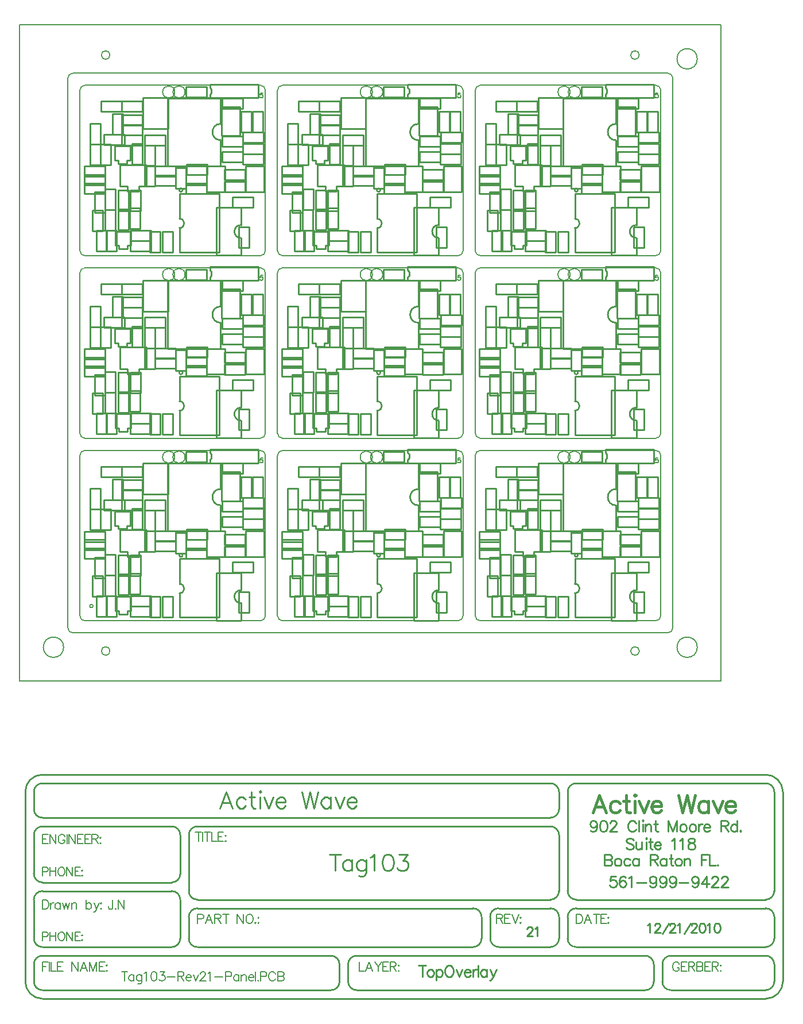
<source format=gto>
%FSLAX24Y24*%
%MOIN*%
G70*
G01*
G75*
G04 Layer_Color=65535*
%ADD10C,0.0500*%
%ADD11C,0.0100*%
%ADD12C,0.0150*%
%ADD13R,0.0300X0.0300*%
%ADD14R,0.0740X0.0450*%
%ADD15R,0.0300X0.0300*%
%ADD16O,0.0240X0.0800*%
%ADD17R,0.0360X0.0500*%
%ADD18R,0.0360X0.0360*%
%ADD19R,0.0236X0.1000*%
%ADD20R,0.0236X0.0900*%
%ADD21R,0.0700X0.0236*%
%ADD22R,0.0900X0.0236*%
%ADD23O,0.0160X0.0600*%
%ADD24R,0.0138X0.0354*%
%ADD25R,0.0138X0.0354*%
%ADD26R,0.0236X0.0236*%
%ADD27O,0.0160X0.0600*%
%ADD28R,0.0200X0.0500*%
%ADD29R,0.0748X0.0433*%
%ADD30C,0.0120*%
%ADD31C,0.0080*%
%ADD32C,0.0250*%
%ADD33C,0.0200*%
%ADD34C,0.0120*%
%ADD35C,0.0160*%
%ADD36C,0.0140*%
%ADD37C,0.0260*%
%ADD38C,0.0060*%
%ADD39C,0.0050*%
%ADD40C,0.0090*%
%ADD41C,0.1180*%
%ADD42C,0.0700*%
%ADD43R,0.0500X0.0500*%
%ADD44R,0.0394X0.0433*%
%ADD45C,0.0650*%
%ADD46C,0.0394*%
%ADD47C,0.0200*%
%ADD48R,0.1398X0.1398*%
%ADD49C,0.0300*%
%ADD50R,0.0650X0.0650*%
%ADD51C,0.0098*%
D11*
X19213Y-20860D02*
Y-21500D01*
X19000Y-20860D02*
X19427D01*
X19655Y-21073D02*
X19594Y-21104D01*
X19533Y-21165D01*
X19503Y-21256D01*
Y-21317D01*
X19533Y-21409D01*
X19594Y-21470D01*
X19655Y-21500D01*
X19747D01*
X19807Y-21470D01*
X19868Y-21409D01*
X19899Y-21317D01*
Y-21256D01*
X19868Y-21165D01*
X19807Y-21104D01*
X19747Y-21073D01*
X19655D01*
X20039D02*
Y-21713D01*
Y-21165D02*
X20100Y-21104D01*
X20161Y-21073D01*
X20252D01*
X20313Y-21104D01*
X20374Y-21165D01*
X20405Y-21256D01*
Y-21317D01*
X20374Y-21409D01*
X20313Y-21470D01*
X20252Y-21500D01*
X20161D01*
X20100Y-21470D01*
X20039Y-21409D01*
X20725Y-20860D02*
X20664Y-20891D01*
X20603Y-20952D01*
X20572Y-21012D01*
X20542Y-21104D01*
Y-21256D01*
X20572Y-21348D01*
X20603Y-21409D01*
X20664Y-21470D01*
X20725Y-21500D01*
X20846D01*
X20907Y-21470D01*
X20968Y-21409D01*
X20999Y-21348D01*
X21029Y-21256D01*
Y-21104D01*
X20999Y-21012D01*
X20968Y-20952D01*
X20907Y-20891D01*
X20846Y-20860D01*
X20725D01*
X21179Y-21073D02*
X21361Y-21500D01*
X21544Y-21073D02*
X21361Y-21500D01*
X21648Y-21256D02*
X22013D01*
Y-21195D01*
X21983Y-21134D01*
X21953Y-21104D01*
X21892Y-21073D01*
X21800D01*
X21739Y-21104D01*
X21678Y-21165D01*
X21648Y-21256D01*
Y-21317D01*
X21678Y-21409D01*
X21739Y-21470D01*
X21800Y-21500D01*
X21892D01*
X21953Y-21470D01*
X22013Y-21409D01*
X22151Y-21073D02*
Y-21500D01*
Y-21256D02*
X22181Y-21165D01*
X22242Y-21104D01*
X22303Y-21073D01*
X22394D01*
X22452Y-20860D02*
Y-21500D01*
X22952Y-21073D02*
Y-21500D01*
Y-21165D02*
X22891Y-21104D01*
X22830Y-21073D01*
X22739D01*
X22678Y-21104D01*
X22617Y-21165D01*
X22586Y-21256D01*
Y-21317D01*
X22617Y-21409D01*
X22678Y-21470D01*
X22739Y-21500D01*
X22830D01*
X22891Y-21470D01*
X22952Y-21409D01*
X23153Y-21073D02*
X23336Y-21500D01*
X23519Y-21073D02*
X23336Y-21500D01*
X23275Y-21622D01*
X23214Y-21683D01*
X23153Y-21713D01*
X23123D01*
X5120Y745D02*
G03*
X5120Y1285I0J270D01*
G01*
X5300Y2950D02*
G03*
X5300Y2950I-100J0D01*
G01*
X8685Y920D02*
G03*
X8685Y172I0J-374D01*
G01*
X7504Y6787D02*
G03*
X7504Y5842I0J-472D01*
G01*
Y7811D02*
Y8283D01*
X7216D02*
X7504D01*
X4433D02*
X7216D01*
X16600Y745D02*
G03*
X16600Y1285I0J270D01*
G01*
X16780Y2950D02*
G03*
X16780Y2950I-100J0D01*
G01*
X20165Y920D02*
G03*
X20165Y172I0J-374D01*
G01*
X18984Y6787D02*
G03*
X18984Y5842I0J-472D01*
G01*
Y7811D02*
Y8283D01*
X18696D02*
X18984D01*
X15913D02*
X18696D01*
X28080Y745D02*
G03*
X28080Y1285I0J270D01*
G01*
X28260Y2950D02*
G03*
X28260Y2950I-100J0D01*
G01*
X31645Y920D02*
G03*
X31645Y172I0J-374D01*
G01*
X30464Y6787D02*
G03*
X30464Y5842I0J-472D01*
G01*
Y7811D02*
Y8283D01*
X30176D02*
X30464D01*
X27393D02*
X30176D01*
X5120Y11335D02*
G03*
X5120Y11875I0J270D01*
G01*
X5300Y13540D02*
G03*
X5300Y13540I-100J0D01*
G01*
X8685Y11510D02*
G03*
X8685Y10762I0J-374D01*
G01*
X7504Y17377D02*
G03*
X7504Y16432I0J-472D01*
G01*
Y18401D02*
Y18873D01*
X7216D02*
X7504D01*
X4433D02*
X7216D01*
X16600Y11335D02*
G03*
X16600Y11875I0J270D01*
G01*
X16780Y13540D02*
G03*
X16780Y13540I-100J0D01*
G01*
X20165Y11510D02*
G03*
X20165Y10762I0J-374D01*
G01*
X18984Y17377D02*
G03*
X18984Y16432I0J-472D01*
G01*
Y18401D02*
Y18873D01*
X18696D02*
X18984D01*
X15913D02*
X18696D01*
X28080Y11335D02*
G03*
X28080Y11875I0J270D01*
G01*
X28260Y13540D02*
G03*
X28260Y13540I-100J0D01*
G01*
X31645Y11510D02*
G03*
X31645Y10762I0J-374D01*
G01*
X30464Y17377D02*
G03*
X30464Y16432I0J-472D01*
G01*
Y18401D02*
Y18873D01*
X30176D02*
X30464D01*
X27393D02*
X30176D01*
X5120Y21925D02*
G03*
X5120Y22465I0J270D01*
G01*
X5300Y24130D02*
G03*
X5300Y24130I-100J0D01*
G01*
X8685Y22100D02*
G03*
X8685Y21352I0J-374D01*
G01*
X7504Y27967D02*
G03*
X7504Y27022I0J-472D01*
G01*
Y28991D02*
Y29463D01*
X7216D02*
X7504D01*
X4433D02*
X7216D01*
X16600Y21925D02*
G03*
X16600Y22465I0J270D01*
G01*
X16780Y24130D02*
G03*
X16780Y24130I-100J0D01*
G01*
X20165Y22100D02*
G03*
X20165Y21352I0J-374D01*
G01*
X18984Y27967D02*
G03*
X18984Y27022I0J-472D01*
G01*
Y28991D02*
Y29463D01*
X18696D02*
X18984D01*
X15913D02*
X18696D01*
X28080Y21925D02*
G03*
X28080Y22465I0J270D01*
G01*
X28260Y24130D02*
G03*
X28260Y24130I-100J0D01*
G01*
X31645Y22100D02*
G03*
X31645Y21352I0J-374D01*
G01*
X30464Y27967D02*
G03*
X30464Y27022I0J-472D01*
G01*
Y28991D02*
Y29463D01*
X30176D02*
X30464D01*
X27393D02*
X30176D01*
X14409Y-20782D02*
G03*
X13909Y-20282I-500J0D01*
G01*
X13921Y-22282D02*
G03*
X14409Y-21785I8J480D01*
G01*
X15409Y-20282D02*
G03*
X14909Y-20782I0J-500D01*
G01*
Y-21782D02*
G03*
X15400Y-22282I500J0D01*
G01*
X32659Y-20782D02*
G03*
X32159Y-20282I-500J0D01*
G01*
X32171Y-22282D02*
G03*
X32659Y-21785I8J480D01*
G01*
X33159Y-21792D02*
G03*
X33658Y-22282I490J0D01*
G01*
X33659Y-20282D02*
G03*
X33159Y-20782I0J-500D01*
G01*
X5159Y-13272D02*
G03*
X4669Y-12782I-490J0D01*
G01*
X4679Y-16032D02*
G03*
X5159Y-15552I0J480D01*
G01*
Y-17022D02*
G03*
X4652Y-16532I-490J0D01*
G01*
X5659Y-16542D02*
G03*
X6149Y-17032I490J0D01*
G01*
X5659Y-19292D02*
G03*
X6149Y-19782I490J0D01*
G01*
X4669D02*
G03*
X5159Y-19292I0J490D01*
G01*
X22659Y-18022D02*
G03*
X22169Y-17532I-490J0D01*
G01*
Y-19782D02*
G03*
X22659Y-19283I0J490D01*
G01*
X23159Y-19272D02*
G03*
X23660Y-19782I510J0D01*
G01*
X23639Y-17532D02*
G03*
X23160Y-18037I0J-480D01*
G01*
X6159Y-17532D02*
G03*
X5659Y-18032I0J-500D01*
G01*
X6159Y-12782D02*
G03*
X5659Y-13282I0J-500D01*
G01*
X-3341Y-19282D02*
G03*
X-2850Y-19782I500J0D01*
G01*
X-2841Y-16532D02*
G03*
X-3341Y-17032I0J-500D01*
G01*
Y-15532D02*
G03*
X-2841Y-16032I500J0D01*
G01*
Y-12782D02*
G03*
X-3341Y-13282I0J-500D01*
G01*
Y-11782D02*
G03*
X-2841Y-12282I500J0D01*
G01*
Y-10282D02*
G03*
X-3341Y-10782I0J-500D01*
G01*
X27159D02*
G03*
X26659Y-10282I-500J0D01*
G01*
X28159D02*
G03*
X27659Y-10782I0J-500D01*
G01*
X26659Y-12282D02*
G03*
X27159Y-11782I0J500D01*
G01*
Y-13282D02*
G03*
X26659Y-12782I-500J0D01*
G01*
X-2841Y-20282D02*
G03*
X-3341Y-20782I0J-500D01*
G01*
X26668Y-17032D02*
G03*
X27159Y-16532I-9J500D01*
G01*
X-3341Y-21782D02*
G03*
X-2850Y-22282I500J0D01*
G01*
X27159Y-18022D02*
G03*
X26669Y-17532I-490J0D01*
G01*
X27659Y-19292D02*
G03*
X28158Y-19782I490J0D01*
G01*
X26659Y-19782D02*
G03*
X27159Y-19282I0J500D01*
G01*
X39159Y-22282D02*
G03*
X39659Y-21782I0J500D01*
G01*
X39659Y-20773D02*
G03*
X39159Y-20282I-500J-9D01*
G01*
Y-19782D02*
G03*
X39659Y-19282I0J500D01*
G01*
Y-10772D02*
G03*
X39152Y-10282I-490J0D01*
G01*
X40159Y-10782D02*
G03*
X39159Y-9782I-1000J0D01*
G01*
Y-22782D02*
G03*
X40159Y-21782I0J1000D01*
G01*
X-3841Y-21772D02*
G03*
X-2848Y-22782I1010J0D01*
G01*
X-2841Y-9782D02*
G03*
X-3841Y-10782I0J-1000D01*
G01*
X27659Y-16532D02*
G03*
X28159Y-17032I500J0D01*
G01*
X39159D02*
G03*
X39659Y-16532I0J500D01*
G01*
X28159Y-17532D02*
G03*
X27659Y-18032I0J-500D01*
G01*
X39659Y-18022D02*
G03*
X39169Y-17532I-490J0D01*
G01*
X15409Y-22282D02*
X32159D01*
X-2841D02*
X13909D01*
X-2841Y-20282D02*
X13909D01*
X15409D02*
X32159D01*
X33659Y-22282D02*
X39159D01*
X33659Y-20282D02*
X39159D01*
X-2841Y-10282D02*
X26659D01*
X-2841Y-22782D02*
X39159D01*
X-2841Y-9782D02*
X39159D01*
X-2841Y-19782D02*
X4659D01*
X-2841Y-16532D02*
X4659D01*
X-2841Y-16032D02*
X4659D01*
X-2841Y-12782D02*
X4659D01*
X-2841Y-12282D02*
X26659D01*
X6159Y-12782D02*
X26659D01*
X6159Y-17532D02*
X22159D01*
X6159Y-19782D02*
X22159D01*
X23659D02*
X26659D01*
X23659Y-17532D02*
X26659D01*
X28159Y-19782D02*
X39159D01*
X28159Y-10282D02*
X39159D01*
X6159Y-17032D02*
X26659D01*
X28159D02*
X39159D01*
X28159Y-17532D02*
X39159D01*
X14409Y-21782D02*
Y-20782D01*
X14909Y-21782D02*
Y-20782D01*
X32659Y-21782D02*
Y-20782D01*
X33159Y-21782D02*
Y-20782D01*
X40159Y-21782D02*
Y-10782D01*
X-3341Y-19282D02*
Y-17032D01*
X5159Y-19282D02*
Y-17032D01*
X-3341Y-15532D02*
Y-13282D01*
X5159Y-15532D02*
Y-13282D01*
X-3341Y-11782D02*
Y-10782D01*
X27159Y-11782D02*
Y-10782D01*
Y-16532D02*
Y-13282D01*
X5659Y-16532D02*
Y-13282D01*
X22659Y-19282D02*
Y-18032D01*
X5659Y-19282D02*
Y-18032D01*
X23159Y-19282D02*
Y-18032D01*
X27159Y-19282D02*
Y-18032D01*
X39659Y-21782D02*
Y-20782D01*
X-3341Y-21782D02*
Y-20782D01*
X-3841Y-21782D02*
Y-10782D01*
X27659Y-16532D02*
Y-10782D01*
X39659Y-16532D02*
Y-10782D01*
X27659Y-19282D02*
Y-18032D01*
X39659Y-19282D02*
Y-18022D01*
X29810Y-14420D02*
Y-15060D01*
Y-14420D02*
X30084D01*
X30176Y-14451D01*
X30206Y-14481D01*
X30237Y-14542D01*
Y-14603D01*
X30206Y-14664D01*
X30176Y-14694D01*
X30084Y-14725D01*
X29810D02*
X30084D01*
X30176Y-14755D01*
X30206Y-14786D01*
X30237Y-14847D01*
Y-14938D01*
X30206Y-14999D01*
X30176Y-15030D01*
X30084Y-15060D01*
X29810D01*
X30532Y-14633D02*
X30471Y-14664D01*
X30410Y-14725D01*
X30380Y-14816D01*
Y-14877D01*
X30410Y-14969D01*
X30471Y-15030D01*
X30532Y-15060D01*
X30624D01*
X30684Y-15030D01*
X30745Y-14969D01*
X30776Y-14877D01*
Y-14816D01*
X30745Y-14725D01*
X30684Y-14664D01*
X30624Y-14633D01*
X30532D01*
X31282Y-14725D02*
X31221Y-14664D01*
X31160Y-14633D01*
X31068D01*
X31007Y-14664D01*
X30947Y-14725D01*
X30916Y-14816D01*
Y-14877D01*
X30947Y-14969D01*
X31007Y-15030D01*
X31068Y-15060D01*
X31160D01*
X31221Y-15030D01*
X31282Y-14969D01*
X31784Y-14633D02*
Y-15060D01*
Y-14725D02*
X31723Y-14664D01*
X31663Y-14633D01*
X31571D01*
X31510Y-14664D01*
X31449Y-14725D01*
X31419Y-14816D01*
Y-14877D01*
X31449Y-14969D01*
X31510Y-15030D01*
X31571Y-15060D01*
X31663D01*
X31723Y-15030D01*
X31784Y-14969D01*
X32458Y-14420D02*
Y-15060D01*
Y-14420D02*
X32732D01*
X32823Y-14451D01*
X32854Y-14481D01*
X32884Y-14542D01*
Y-14603D01*
X32854Y-14664D01*
X32823Y-14694D01*
X32732Y-14725D01*
X32458D01*
X32671D02*
X32884Y-15060D01*
X33393Y-14633D02*
Y-15060D01*
Y-14725D02*
X33332Y-14664D01*
X33271Y-14633D01*
X33180D01*
X33119Y-14664D01*
X33058Y-14725D01*
X33028Y-14816D01*
Y-14877D01*
X33058Y-14969D01*
X33119Y-15030D01*
X33180Y-15060D01*
X33271D01*
X33332Y-15030D01*
X33393Y-14969D01*
X33655Y-14420D02*
Y-14938D01*
X33686Y-15030D01*
X33747Y-15060D01*
X33808D01*
X33564Y-14633D02*
X33777D01*
X34051D02*
X33990Y-14664D01*
X33930Y-14725D01*
X33899Y-14816D01*
Y-14877D01*
X33930Y-14969D01*
X33990Y-15030D01*
X34051Y-15060D01*
X34143D01*
X34204Y-15030D01*
X34265Y-14969D01*
X34295Y-14877D01*
Y-14816D01*
X34265Y-14725D01*
X34204Y-14664D01*
X34143Y-14633D01*
X34051D01*
X34435D02*
Y-15060D01*
Y-14755D02*
X34527Y-14664D01*
X34588Y-14633D01*
X34679D01*
X34740Y-14664D01*
X34770Y-14755D01*
Y-15060D01*
X35441Y-14420D02*
Y-15060D01*
Y-14420D02*
X35837D01*
X35441Y-14725D02*
X35685D01*
X35910Y-14420D02*
Y-15060D01*
X36276D01*
X36376Y-14999D02*
X36346Y-15030D01*
X36376Y-15060D01*
X36407Y-15030D01*
X36376Y-14999D01*
X29346Y-12663D02*
X29316Y-12755D01*
X29255Y-12816D01*
X29163Y-12846D01*
X29133D01*
X29041Y-12816D01*
X28980Y-12755D01*
X28950Y-12663D01*
Y-12633D01*
X28980Y-12542D01*
X29041Y-12481D01*
X29133Y-12450D01*
X29163D01*
X29255Y-12481D01*
X29316Y-12542D01*
X29346Y-12663D01*
Y-12816D01*
X29316Y-12968D01*
X29255Y-13060D01*
X29163Y-13090D01*
X29102D01*
X29011Y-13060D01*
X28980Y-12999D01*
X29703Y-12450D02*
X29611Y-12481D01*
X29550Y-12572D01*
X29520Y-12724D01*
Y-12816D01*
X29550Y-12968D01*
X29611Y-13060D01*
X29703Y-13090D01*
X29764D01*
X29855Y-13060D01*
X29916Y-12968D01*
X29946Y-12816D01*
Y-12724D01*
X29916Y-12572D01*
X29855Y-12481D01*
X29764Y-12450D01*
X29703D01*
X30120Y-12602D02*
Y-12572D01*
X30150Y-12511D01*
X30181Y-12481D01*
X30242Y-12450D01*
X30364D01*
X30425Y-12481D01*
X30455Y-12511D01*
X30486Y-12572D01*
Y-12633D01*
X30455Y-12694D01*
X30394Y-12785D01*
X30090Y-13090D01*
X30516D01*
X31619Y-12602D02*
X31589Y-12542D01*
X31528Y-12481D01*
X31467Y-12450D01*
X31345D01*
X31284Y-12481D01*
X31223Y-12542D01*
X31193Y-12602D01*
X31162Y-12694D01*
Y-12846D01*
X31193Y-12938D01*
X31223Y-12999D01*
X31284Y-13060D01*
X31345Y-13090D01*
X31467D01*
X31528Y-13060D01*
X31589Y-12999D01*
X31619Y-12938D01*
X31799Y-12450D02*
Y-13090D01*
X31994Y-12450D02*
X32024Y-12481D01*
X32055Y-12450D01*
X32024Y-12420D01*
X31994Y-12450D01*
X32024Y-12663D02*
Y-13090D01*
X32168Y-12663D02*
Y-13090D01*
Y-12785D02*
X32259Y-12694D01*
X32320Y-12663D01*
X32411D01*
X32472Y-12694D01*
X32503Y-12785D01*
Y-13090D01*
X32762Y-12450D02*
Y-12968D01*
X32792Y-13060D01*
X32853Y-13090D01*
X32914D01*
X32670Y-12663D02*
X32884D01*
X33508Y-12450D02*
Y-13090D01*
Y-12450D02*
X33752Y-13090D01*
X33996Y-12450D02*
X33752Y-13090D01*
X33996Y-12450D02*
Y-13090D01*
X34331Y-12663D02*
X34270Y-12694D01*
X34209Y-12755D01*
X34179Y-12846D01*
Y-12907D01*
X34209Y-12999D01*
X34270Y-13060D01*
X34331Y-13090D01*
X34422D01*
X34483Y-13060D01*
X34544Y-12999D01*
X34575Y-12907D01*
Y-12846D01*
X34544Y-12755D01*
X34483Y-12694D01*
X34422Y-12663D01*
X34331D01*
X34867D02*
X34806Y-12694D01*
X34745Y-12755D01*
X34715Y-12846D01*
Y-12907D01*
X34745Y-12999D01*
X34806Y-13060D01*
X34867Y-13090D01*
X34959D01*
X35020Y-13060D01*
X35080Y-12999D01*
X35111Y-12907D01*
Y-12846D01*
X35080Y-12755D01*
X35020Y-12694D01*
X34959Y-12663D01*
X34867D01*
X35251D02*
Y-13090D01*
Y-12846D02*
X35282Y-12755D01*
X35343Y-12694D01*
X35403Y-12663D01*
X35495D01*
X35553Y-12846D02*
X35918D01*
Y-12785D01*
X35888Y-12724D01*
X35857Y-12694D01*
X35797Y-12663D01*
X35705D01*
X35644Y-12694D01*
X35583Y-12755D01*
X35553Y-12846D01*
Y-12907D01*
X35583Y-12999D01*
X35644Y-13060D01*
X35705Y-13090D01*
X35797D01*
X35857Y-13060D01*
X35918Y-12999D01*
X36558Y-12450D02*
Y-13090D01*
Y-12450D02*
X36832D01*
X36924Y-12481D01*
X36954Y-12511D01*
X36985Y-12572D01*
Y-12633D01*
X36954Y-12694D01*
X36924Y-12724D01*
X36832Y-12755D01*
X36558D01*
X36772D02*
X36985Y-13090D01*
X37494Y-12450D02*
Y-13090D01*
Y-12755D02*
X37433Y-12694D01*
X37372Y-12663D01*
X37280D01*
X37219Y-12694D01*
X37159Y-12755D01*
X37128Y-12846D01*
Y-12907D01*
X37159Y-12999D01*
X37219Y-13060D01*
X37280Y-13090D01*
X37372D01*
X37433Y-13060D01*
X37494Y-12999D01*
X37695Y-13029D02*
X37664Y-13060D01*
X37695Y-13090D01*
X37725Y-13060D01*
X37695Y-13029D01*
X30466Y-15670D02*
X30161D01*
X30130Y-15944D01*
X30161Y-15914D01*
X30252Y-15883D01*
X30344D01*
X30435Y-15914D01*
X30496Y-15975D01*
X30527Y-16066D01*
Y-16127D01*
X30496Y-16219D01*
X30435Y-16280D01*
X30344Y-16310D01*
X30252D01*
X30161Y-16280D01*
X30130Y-16249D01*
X30100Y-16188D01*
X31035Y-15762D02*
X31005Y-15701D01*
X30914Y-15670D01*
X30853D01*
X30761Y-15701D01*
X30700Y-15792D01*
X30670Y-15944D01*
Y-16097D01*
X30700Y-16219D01*
X30761Y-16280D01*
X30853Y-16310D01*
X30883D01*
X30974Y-16280D01*
X31035Y-16219D01*
X31066Y-16127D01*
Y-16097D01*
X31035Y-16005D01*
X30974Y-15944D01*
X30883Y-15914D01*
X30853D01*
X30761Y-15944D01*
X30700Y-16005D01*
X30670Y-16097D01*
X31206Y-15792D02*
X31267Y-15762D01*
X31358Y-15670D01*
Y-16310D01*
X31675Y-16036D02*
X32224D01*
X32809Y-15883D02*
X32778Y-15975D01*
X32717Y-16036D01*
X32626Y-16066D01*
X32595D01*
X32504Y-16036D01*
X32443Y-15975D01*
X32413Y-15883D01*
Y-15853D01*
X32443Y-15762D01*
X32504Y-15701D01*
X32595Y-15670D01*
X32626D01*
X32717Y-15701D01*
X32778Y-15762D01*
X32809Y-15883D01*
Y-16036D01*
X32778Y-16188D01*
X32717Y-16280D01*
X32626Y-16310D01*
X32565D01*
X32474Y-16280D01*
X32443Y-16219D01*
X33379Y-15883D02*
X33348Y-15975D01*
X33287Y-16036D01*
X33196Y-16066D01*
X33165D01*
X33074Y-16036D01*
X33013Y-15975D01*
X32982Y-15883D01*
Y-15853D01*
X33013Y-15762D01*
X33074Y-15701D01*
X33165Y-15670D01*
X33196D01*
X33287Y-15701D01*
X33348Y-15762D01*
X33379Y-15883D01*
Y-16036D01*
X33348Y-16188D01*
X33287Y-16280D01*
X33196Y-16310D01*
X33135D01*
X33043Y-16280D01*
X33013Y-16219D01*
X33948Y-15883D02*
X33918Y-15975D01*
X33857Y-16036D01*
X33765Y-16066D01*
X33735D01*
X33644Y-16036D01*
X33583Y-15975D01*
X33552Y-15883D01*
Y-15853D01*
X33583Y-15762D01*
X33644Y-15701D01*
X33735Y-15670D01*
X33765D01*
X33857Y-15701D01*
X33918Y-15762D01*
X33948Y-15883D01*
Y-16036D01*
X33918Y-16188D01*
X33857Y-16280D01*
X33765Y-16310D01*
X33705D01*
X33613Y-16280D01*
X33583Y-16219D01*
X34122Y-16036D02*
X34670D01*
X35255Y-15883D02*
X35225Y-15975D01*
X35164Y-16036D01*
X35073Y-16066D01*
X35042D01*
X34951Y-16036D01*
X34890Y-15975D01*
X34859Y-15883D01*
Y-15853D01*
X34890Y-15762D01*
X34951Y-15701D01*
X35042Y-15670D01*
X35073D01*
X35164Y-15701D01*
X35225Y-15762D01*
X35255Y-15883D01*
Y-16036D01*
X35225Y-16188D01*
X35164Y-16280D01*
X35073Y-16310D01*
X35012D01*
X34920Y-16280D01*
X34890Y-16219D01*
X35734Y-15670D02*
X35429Y-16097D01*
X35886D01*
X35734Y-15670D02*
Y-16310D01*
X36029Y-15822D02*
Y-15792D01*
X36060Y-15731D01*
X36090Y-15701D01*
X36151Y-15670D01*
X36273D01*
X36334Y-15701D01*
X36365Y-15731D01*
X36395Y-15792D01*
Y-15853D01*
X36365Y-15914D01*
X36304Y-16005D01*
X35999Y-16310D01*
X36425D01*
X36599Y-15822D02*
Y-15792D01*
X36630Y-15731D01*
X36660Y-15701D01*
X36721Y-15670D01*
X36843D01*
X36904Y-15701D01*
X36934Y-15731D01*
X36965Y-15792D01*
Y-15853D01*
X36934Y-15914D01*
X36873Y-16005D01*
X36569Y-16310D01*
X36995D01*
X31487Y-13572D02*
X31426Y-13511D01*
X31334Y-13480D01*
X31212D01*
X31121Y-13511D01*
X31060Y-13572D01*
Y-13632D01*
X31090Y-13693D01*
X31121Y-13724D01*
X31182Y-13754D01*
X31365Y-13815D01*
X31426Y-13846D01*
X31456Y-13876D01*
X31487Y-13937D01*
Y-14029D01*
X31426Y-14090D01*
X31334Y-14120D01*
X31212D01*
X31121Y-14090D01*
X31060Y-14029D01*
X31630Y-13693D02*
Y-13998D01*
X31660Y-14090D01*
X31721Y-14120D01*
X31813D01*
X31874Y-14090D01*
X31965Y-13998D01*
Y-13693D02*
Y-14120D01*
X32193Y-13480D02*
X32224Y-13511D01*
X32254Y-13480D01*
X32224Y-13450D01*
X32193Y-13480D01*
X32224Y-13693D02*
Y-14120D01*
X32459Y-13480D02*
Y-13998D01*
X32489Y-14090D01*
X32550Y-14120D01*
X32611D01*
X32367Y-13693D02*
X32580D01*
X32702Y-13876D02*
X33068D01*
Y-13815D01*
X33037Y-13754D01*
X33007Y-13724D01*
X32946Y-13693D01*
X32855D01*
X32794Y-13724D01*
X32733Y-13785D01*
X32702Y-13876D01*
Y-13937D01*
X32733Y-14029D01*
X32794Y-14090D01*
X32855Y-14120D01*
X32946D01*
X33007Y-14090D01*
X33068Y-14029D01*
X33708Y-13602D02*
X33769Y-13572D01*
X33860Y-13480D01*
Y-14120D01*
X34177Y-13602D02*
X34238Y-13572D01*
X34329Y-13480D01*
Y-14120D01*
X34799Y-13480D02*
X34707Y-13511D01*
X34677Y-13572D01*
Y-13632D01*
X34707Y-13693D01*
X34768Y-13724D01*
X34890Y-13754D01*
X34981Y-13785D01*
X35042Y-13846D01*
X35073Y-13907D01*
Y-13998D01*
X35042Y-14059D01*
X35012Y-14090D01*
X34920Y-14120D01*
X34799D01*
X34707Y-14090D01*
X34677Y-14059D01*
X34646Y-13998D01*
Y-13907D01*
X34677Y-13846D01*
X34738Y-13785D01*
X34829Y-13754D01*
X34951Y-13724D01*
X35012Y-13693D01*
X35042Y-13632D01*
Y-13572D01*
X35012Y-13511D01*
X34920Y-13480D01*
X34799D01*
D12*
X29892Y-11980D02*
X29511Y-10980D01*
X29130Y-11980D01*
X29273Y-11647D02*
X29749D01*
X30696Y-11456D02*
X30601Y-11361D01*
X30506Y-11313D01*
X30363D01*
X30268Y-11361D01*
X30173Y-11456D01*
X30125Y-11599D01*
Y-11694D01*
X30173Y-11837D01*
X30268Y-11932D01*
X30363Y-11980D01*
X30506D01*
X30601Y-11932D01*
X30696Y-11837D01*
X31053Y-10980D02*
Y-11790D01*
X31101Y-11932D01*
X31196Y-11980D01*
X31291D01*
X30911Y-11313D02*
X31244D01*
X31529Y-10980D02*
X31577Y-11028D01*
X31625Y-10980D01*
X31577Y-10933D01*
X31529Y-10980D01*
X31577Y-11313D02*
Y-11980D01*
X31801Y-11313D02*
X32087Y-11980D01*
X32372Y-11313D02*
X32087Y-11980D01*
X32534Y-11599D02*
X33105D01*
Y-11504D01*
X33058Y-11409D01*
X33010Y-11361D01*
X32915Y-11313D01*
X32772D01*
X32677Y-11361D01*
X32582Y-11456D01*
X32534Y-11599D01*
Y-11694D01*
X32582Y-11837D01*
X32677Y-11932D01*
X32772Y-11980D01*
X32915D01*
X33010Y-11932D01*
X33105Y-11837D01*
X34105Y-10980D02*
X34343Y-11980D01*
X34581Y-10980D02*
X34343Y-11980D01*
X34581Y-10980D02*
X34819Y-11980D01*
X35057Y-10980D02*
X34819Y-11980D01*
X35829Y-11313D02*
Y-11980D01*
Y-11456D02*
X35733Y-11361D01*
X35638Y-11313D01*
X35495D01*
X35400Y-11361D01*
X35305Y-11456D01*
X35257Y-11599D01*
Y-11694D01*
X35305Y-11837D01*
X35400Y-11932D01*
X35495Y-11980D01*
X35638D01*
X35733Y-11932D01*
X35829Y-11837D01*
X36095Y-11313D02*
X36381Y-11980D01*
X36666Y-11313D02*
X36381Y-11980D01*
X36828Y-11599D02*
X37400D01*
Y-11504D01*
X37352Y-11409D01*
X37304Y-11361D01*
X37209Y-11313D01*
X37066D01*
X36971Y-11361D01*
X36876Y-11456D01*
X36828Y-11599D01*
Y-11694D01*
X36876Y-11837D01*
X36971Y-11932D01*
X37066Y-11980D01*
X37209D01*
X37304Y-11932D01*
X37400Y-11837D01*
D31*
X4844Y8640D02*
G03*
X4844Y8640I-354J0D01*
G01*
X5444D02*
G03*
X5444Y8640I-354J0D01*
G01*
X16324D02*
G03*
X16324Y8640I-354J0D01*
G01*
X16924D02*
G03*
X16924Y8640I-354J0D01*
G01*
X27804D02*
G03*
X27804Y8640I-354J0D01*
G01*
X28404D02*
G03*
X28404Y8640I-354J0D01*
G01*
X4844Y19230D02*
G03*
X4844Y19230I-354J0D01*
G01*
X5444D02*
G03*
X5444Y19230I-354J0D01*
G01*
X16324D02*
G03*
X16324Y19230I-354J0D01*
G01*
X16924D02*
G03*
X16924Y19230I-354J0D01*
G01*
X27804D02*
G03*
X27804Y19230I-354J0D01*
G01*
X28404D02*
G03*
X28404Y19230I-354J0D01*
G01*
X4844Y29820D02*
G03*
X4844Y29820I-354J0D01*
G01*
X5444D02*
G03*
X5444Y29820I-354J0D01*
G01*
X16324D02*
G03*
X16324Y29820I-354J0D01*
G01*
X16924D02*
G03*
X16924Y29820I-354J0D01*
G01*
X27804D02*
G03*
X27804Y29820I-354J0D01*
G01*
X28404D02*
G03*
X28404Y29820I-354J0D01*
G01*
X-370Y9030D02*
G03*
X-670Y8730I0J-300D01*
G01*
X10110D02*
G03*
X9810Y9030I-300J0D01*
G01*
Y-860D02*
G03*
X10110Y-560I0J300D01*
G01*
X-670D02*
G03*
X-370Y-860I300J0D01*
G01*
X-670Y-560D02*
Y8730D01*
X-370Y9030D02*
X9810D01*
X10110Y-560D02*
Y8730D01*
X-370Y-860D02*
X9810D01*
X11110Y9030D02*
G03*
X10810Y8730I0J-300D01*
G01*
X21590D02*
G03*
X21290Y9030I-300J0D01*
G01*
Y-860D02*
G03*
X21590Y-560I0J300D01*
G01*
X10810D02*
G03*
X11110Y-860I300J0D01*
G01*
X10810Y-560D02*
Y8730D01*
X11110Y9030D02*
X21290D01*
X21590Y-560D02*
Y8730D01*
X11110Y-860D02*
X21290D01*
X22590Y9030D02*
G03*
X22290Y8730I0J-300D01*
G01*
X33070D02*
G03*
X32770Y9030I-300J0D01*
G01*
Y-860D02*
G03*
X33070Y-560I0J300D01*
G01*
X22290D02*
G03*
X22590Y-860I300J0D01*
G01*
X22290Y-560D02*
Y8730D01*
X22590Y9030D02*
X32770D01*
X33070Y-560D02*
Y8730D01*
X22590Y-860D02*
X32770D01*
X-370Y19620D02*
G03*
X-670Y19320I0J-300D01*
G01*
X10110D02*
G03*
X9810Y19620I-300J0D01*
G01*
Y9730D02*
G03*
X10110Y10030I0J300D01*
G01*
X-670D02*
G03*
X-370Y9730I300J0D01*
G01*
X-670Y10030D02*
Y19320D01*
X-370Y19620D02*
X9810D01*
X10110Y10030D02*
Y19320D01*
X-370Y9730D02*
X9810D01*
X11110Y19620D02*
G03*
X10810Y19320I0J-300D01*
G01*
X21590D02*
G03*
X21290Y19620I-300J0D01*
G01*
Y9730D02*
G03*
X21590Y10030I0J300D01*
G01*
X10810D02*
G03*
X11110Y9730I300J0D01*
G01*
X10810Y10030D02*
Y19320D01*
X11110Y19620D02*
X21290D01*
X21590Y10030D02*
Y19320D01*
X11110Y9730D02*
X21290D01*
X22590Y19620D02*
G03*
X22290Y19320I0J-300D01*
G01*
X33070D02*
G03*
X32770Y19620I-300J0D01*
G01*
Y9730D02*
G03*
X33070Y10030I0J300D01*
G01*
X22290D02*
G03*
X22590Y9730I300J0D01*
G01*
X22290Y10030D02*
Y19320D01*
X22590Y19620D02*
X32770D01*
X33070Y10030D02*
Y19320D01*
X22590Y9730D02*
X32770D01*
X-370Y30210D02*
G03*
X-670Y29910I0J-300D01*
G01*
X10110D02*
G03*
X9810Y30210I-300J0D01*
G01*
Y20320D02*
G03*
X10110Y20620I0J300D01*
G01*
X-670D02*
G03*
X-370Y20320I300J0D01*
G01*
X-670Y20620D02*
Y29910D01*
X-370Y30210D02*
X9810D01*
X10110Y20620D02*
Y29910D01*
X-370Y20320D02*
X9810D01*
X11110Y30210D02*
G03*
X10810Y29910I0J-300D01*
G01*
X21590D02*
G03*
X21290Y30210I-300J0D01*
G01*
Y20320D02*
G03*
X21590Y20620I0J300D01*
G01*
X10810D02*
G03*
X11110Y20320I300J0D01*
G01*
X10810Y20620D02*
Y29910D01*
X11110Y30210D02*
X21290D01*
X21590Y20620D02*
Y29910D01*
X11110Y20320D02*
X21290D01*
X22590Y30210D02*
G03*
X22290Y29910I0J-300D01*
G01*
X33070D02*
G03*
X32770Y30210I-300J0D01*
G01*
Y20320D02*
G03*
X33070Y20620I0J300D01*
G01*
X22290D02*
G03*
X22590Y20320I300J0D01*
G01*
X22290Y20620D02*
Y29910D01*
X22590Y30210D02*
X32770D01*
X33070Y20620D02*
Y29910D01*
X22590Y20320D02*
X32770D01*
X1243Y-17059D02*
Y-17465D01*
X1217Y-17542D01*
X1192Y-17567D01*
X1141Y-17592D01*
X1090D01*
X1040Y-17567D01*
X1014Y-17542D01*
X989Y-17465D01*
Y-17415D01*
X1405Y-17542D02*
X1380Y-17567D01*
X1405Y-17592D01*
X1431Y-17567D01*
X1405Y-17542D01*
X1547Y-17059D02*
Y-17592D01*
Y-17059D02*
X1903Y-17592D01*
Y-17059D02*
Y-17592D01*
D38*
X9950Y8590D02*
X9817D01*
X9803Y8470D01*
X9817Y8483D01*
X9857Y8497D01*
X9897D01*
X9937Y8483D01*
X9963Y8457D01*
X9977Y8417D01*
Y8390D01*
X9963Y8350D01*
X9937Y8323D01*
X9897Y8310D01*
X9857D01*
X9817Y8323D01*
X9803Y8337D01*
X9790Y8363D01*
X21430Y8590D02*
X21297D01*
X21283Y8470D01*
X21297Y8483D01*
X21337Y8497D01*
X21377D01*
X21417Y8483D01*
X21443Y8457D01*
X21457Y8417D01*
Y8390D01*
X21443Y8350D01*
X21417Y8323D01*
X21377Y8310D01*
X21337D01*
X21297Y8323D01*
X21283Y8337D01*
X21270Y8363D01*
X32910Y8590D02*
X32777D01*
X32763Y8470D01*
X32777Y8483D01*
X32817Y8497D01*
X32857D01*
X32897Y8483D01*
X32923Y8457D01*
X32937Y8417D01*
Y8390D01*
X32923Y8350D01*
X32897Y8323D01*
X32857Y8310D01*
X32817D01*
X32777Y8323D01*
X32763Y8337D01*
X32750Y8363D01*
X9950Y19180D02*
X9817D01*
X9803Y19060D01*
X9817Y19073D01*
X9857Y19087D01*
X9897D01*
X9937Y19073D01*
X9963Y19047D01*
X9977Y19007D01*
Y18980D01*
X9963Y18940D01*
X9937Y18913D01*
X9897Y18900D01*
X9857D01*
X9817Y18913D01*
X9803Y18927D01*
X9790Y18953D01*
X21430Y19180D02*
X21297D01*
X21283Y19060D01*
X21297Y19073D01*
X21337Y19087D01*
X21377D01*
X21417Y19073D01*
X21443Y19047D01*
X21457Y19007D01*
Y18980D01*
X21443Y18940D01*
X21417Y18913D01*
X21377Y18900D01*
X21337D01*
X21297Y18913D01*
X21283Y18927D01*
X21270Y18953D01*
X32910Y19180D02*
X32777D01*
X32763Y19060D01*
X32777Y19073D01*
X32817Y19087D01*
X32857D01*
X32897Y19073D01*
X32923Y19047D01*
X32937Y19007D01*
Y18980D01*
X32923Y18940D01*
X32897Y18913D01*
X32857Y18900D01*
X32817D01*
X32777Y18913D01*
X32763Y18927D01*
X32750Y18953D01*
X9950Y29770D02*
X9817D01*
X9803Y29650D01*
X9817Y29663D01*
X9857Y29677D01*
X9897D01*
X9937Y29663D01*
X9963Y29637D01*
X9977Y29597D01*
Y29570D01*
X9963Y29530D01*
X9937Y29503D01*
X9897Y29490D01*
X9857D01*
X9817Y29503D01*
X9803Y29517D01*
X9790Y29543D01*
X21430Y29770D02*
X21297D01*
X21283Y29650D01*
X21297Y29663D01*
X21337Y29677D01*
X21377D01*
X21417Y29663D01*
X21443Y29637D01*
X21457Y29597D01*
Y29570D01*
X21443Y29530D01*
X21417Y29503D01*
X21377Y29490D01*
X21337D01*
X21297Y29503D01*
X21283Y29517D01*
X21270Y29543D01*
X32910Y29770D02*
X32777D01*
X32763Y29650D01*
X32777Y29663D01*
X32817Y29677D01*
X32857D01*
X32897Y29663D01*
X32923Y29637D01*
X32937Y29597D01*
Y29570D01*
X32923Y29530D01*
X32897Y29503D01*
X32857Y29490D01*
X32817D01*
X32777Y29503D01*
X32763Y29517D01*
X32750Y29543D01*
D39*
X11110Y9030D02*
G03*
X10810Y8730I0J-300D01*
G01*
X10110D02*
G03*
X9810Y9030I-300J0D01*
G01*
Y9730D02*
G03*
X10110Y10030I0J300D01*
G01*
X10810D02*
G03*
X11110Y9730I300J0D01*
G01*
X21590Y8730D02*
G03*
X21290Y9030I-300J0D01*
G01*
X22590D02*
G03*
X22290Y8730I0J-300D01*
G01*
Y10030D02*
G03*
X22590Y9730I300J0D01*
G01*
X21290D02*
G03*
X21590Y10030I0J300D01*
G01*
X33070Y8730D02*
G03*
X32770Y9030I-300J0D01*
G01*
Y9730D02*
G03*
X33070Y10030I0J300D01*
G01*
X33470Y-1560D02*
G03*
X33770Y-1260I0J300D01*
G01*
X32770Y-860D02*
G03*
X33070Y-560I0J300D01*
G01*
X22290D02*
G03*
X22590Y-860I300J0D01*
G01*
X21290D02*
G03*
X21590Y-560I0J300D01*
G01*
X10810D02*
G03*
X11110Y-860I300J0D01*
G01*
X9810D02*
G03*
X10110Y-560I0J300D01*
G01*
X-1370Y-1260D02*
G03*
X-1070Y-1560I300J0D01*
G01*
X-670Y-560D02*
G03*
X-370Y-860I300J0D01*
G01*
Y9030D02*
G03*
X-670Y8730I0J-300D01*
G01*
Y10030D02*
G03*
X-370Y9730I300J0D01*
G01*
Y19620D02*
G03*
X-670Y19320I0J-300D01*
G01*
Y20620D02*
G03*
X-370Y20320I300J0D01*
G01*
X22590Y30210D02*
G03*
X22290Y29910I0J-300D01*
G01*
X21590D02*
G03*
X21290Y30210I-300J0D01*
G01*
X33070Y29910D02*
G03*
X32770Y30210I-300J0D01*
G01*
X33770Y30610D02*
G03*
X33470Y30910I-300J0D01*
G01*
X33070Y19320D02*
G03*
X32770Y19620I-300J0D01*
G01*
Y20320D02*
G03*
X33070Y20620I0J300D01*
G01*
X22590Y19620D02*
G03*
X22290Y19320I0J-300D01*
G01*
X21590D02*
G03*
X21290Y19620I-300J0D01*
G01*
Y20320D02*
G03*
X21590Y20620I0J300D01*
G01*
X22290D02*
G03*
X22590Y20320I300J0D01*
G01*
X10110Y19320D02*
G03*
X9810Y19620I-300J0D01*
G01*
X11110D02*
G03*
X10810Y19320I0J-300D01*
G01*
Y20620D02*
G03*
X11110Y20320I300J0D01*
G01*
X9810D02*
G03*
X10110Y20620I0J300D01*
G01*
X11110Y30210D02*
G03*
X10810Y29910I0J-300D01*
G01*
X10110D02*
G03*
X9810Y30210I-300J0D01*
G01*
X-370D02*
G03*
X-670Y29910I0J-300D01*
G01*
X-1070Y30910D02*
G03*
X-1370Y30610I0J-300D01*
G01*
X97Y0D02*
G03*
X97Y0I-97J0D01*
G01*
X31820Y-2610D02*
G03*
X31820Y-2610I-250J0D01*
G01*
X1080D02*
G03*
X1080Y-2610I-250J0D01*
G01*
X31820Y31960D02*
G03*
X31820Y31960I-250J0D01*
G01*
X1080D02*
G03*
X1080Y31960I-250J0D01*
G01*
X35190Y31740D02*
G03*
X35190Y31740I-590J0D01*
G01*
Y-2390D02*
G03*
X35190Y-2390I-590J0D01*
G01*
X-1610D02*
G03*
X-1610Y-2390I-590J0D01*
G01*
X-370Y9030D02*
X9810D01*
X-670Y-560D02*
Y8730D01*
X-370Y9730D02*
X9810D01*
X22590Y-860D02*
X32770D01*
X11110D02*
X21290D01*
X10810Y-560D02*
Y8730D01*
X11110Y9030D02*
X21290D01*
X10110Y-560D02*
Y8730D01*
X11110Y9730D02*
X21290D01*
X22590Y9030D02*
X32770D01*
X21590Y-560D02*
Y8730D01*
X22590Y9730D02*
X32770D01*
X22290Y-560D02*
Y8730D01*
X33070Y10030D02*
Y19320D01*
Y20620D02*
Y29910D01*
X22290Y10030D02*
Y19320D01*
X22590Y19620D02*
X32770D01*
X22590Y20320D02*
X32770D01*
X21590Y10030D02*
Y19320D01*
X10110Y10030D02*
Y19320D01*
X11110Y19620D02*
X21290D01*
X10810Y10030D02*
Y19320D01*
X11110Y30210D02*
X21290D01*
X22290Y20620D02*
Y29910D01*
X21590Y20620D02*
Y29910D01*
X10810Y20620D02*
Y29910D01*
X10110Y20620D02*
Y29910D01*
X-370Y19620D02*
X9810D01*
X-670Y10030D02*
Y19320D01*
X-370Y20320D02*
X9810D01*
X11110D02*
X21290D01*
X-370Y30210D02*
X9810D01*
X33770Y-1260D02*
Y30610D01*
X-1370Y-1260D02*
Y30610D01*
X-1070Y-1560D02*
X33470D01*
X-1070Y30910D02*
X33470D01*
X33070Y-560D02*
Y8730D01*
X22590Y30210D02*
X32770D01*
X-370Y-860D02*
X9810D01*
X-670Y20620D02*
Y29910D01*
X-4170Y-4360D02*
Y33710D01*
X36570D01*
Y-4360D02*
Y33710D01*
X-4170Y-4360D02*
X36570D01*
X34140Y-20776D02*
X34115Y-20725D01*
X34064Y-20674D01*
X34013Y-20649D01*
X33912D01*
X33861Y-20674D01*
X33810Y-20725D01*
X33785Y-20776D01*
X33759Y-20852D01*
Y-20979D01*
X33785Y-21055D01*
X33810Y-21106D01*
X33861Y-21156D01*
X33912Y-21182D01*
X34013D01*
X34064Y-21156D01*
X34115Y-21106D01*
X34140Y-21055D01*
Y-20979D01*
X34013D02*
X34140D01*
X34592Y-20649D02*
X34262D01*
Y-21182D01*
X34592D01*
X34262Y-20902D02*
X34465D01*
X34681Y-20649D02*
Y-21182D01*
Y-20649D02*
X34909D01*
X34986Y-20674D01*
X35011Y-20699D01*
X35036Y-20750D01*
Y-20801D01*
X35011Y-20852D01*
X34986Y-20877D01*
X34909Y-20902D01*
X34681D01*
X34859D02*
X35036Y-21182D01*
X35156Y-20649D02*
Y-21182D01*
Y-20649D02*
X35384D01*
X35460Y-20674D01*
X35486Y-20699D01*
X35511Y-20750D01*
Y-20801D01*
X35486Y-20852D01*
X35460Y-20877D01*
X35384Y-20902D01*
X35156D02*
X35384D01*
X35460Y-20928D01*
X35486Y-20953D01*
X35511Y-21004D01*
Y-21080D01*
X35486Y-21131D01*
X35460Y-21156D01*
X35384Y-21182D01*
X35156D01*
X35961Y-20649D02*
X35631D01*
Y-21182D01*
X35961D01*
X35631Y-20902D02*
X35834D01*
X36050Y-20649D02*
Y-21182D01*
Y-20649D02*
X36278D01*
X36354Y-20674D01*
X36380Y-20699D01*
X36405Y-20750D01*
Y-20801D01*
X36380Y-20852D01*
X36354Y-20877D01*
X36278Y-20902D01*
X36050D01*
X36227D02*
X36405Y-21182D01*
X36550Y-20826D02*
X36524Y-20852D01*
X36550Y-20877D01*
X36575Y-20852D01*
X36550Y-20826D01*
Y-21131D02*
X36524Y-21156D01*
X36550Y-21182D01*
X36575Y-21156D01*
X36550Y-21131D01*
X-2841Y-20649D02*
Y-21182D01*
Y-20649D02*
X-2511D01*
X-2841Y-20902D02*
X-2638D01*
X-2450Y-20649D02*
Y-21182D01*
X-2338Y-20649D02*
Y-21182D01*
X-2033D01*
X-1645Y-20649D02*
X-1975D01*
Y-21182D01*
X-1645D01*
X-1975Y-20902D02*
X-1772D01*
X-1137Y-20649D02*
Y-21182D01*
Y-20649D02*
X-782Y-21182D01*
Y-20649D02*
Y-21182D01*
X-228D02*
X-431Y-20649D01*
X-634Y-21182D01*
X-558Y-21004D02*
X-304D01*
X-104Y-20649D02*
Y-21182D01*
Y-20649D02*
X100Y-21182D01*
X303Y-20649D02*
X100Y-21182D01*
X303Y-20649D02*
Y-21182D01*
X785Y-20649D02*
X455D01*
Y-21182D01*
X785D01*
X455Y-20902D02*
X658D01*
X899Y-20826D02*
X874Y-20852D01*
X899Y-20877D01*
X925Y-20852D01*
X899Y-20826D01*
Y-21131D02*
X874Y-21156D01*
X899Y-21182D01*
X925Y-21156D01*
X899Y-21131D01*
X-2841Y-17049D02*
Y-17582D01*
Y-17049D02*
X-2663D01*
X-2587Y-17074D01*
X-2536Y-17125D01*
X-2511Y-17176D01*
X-2485Y-17252D01*
Y-17379D01*
X-2511Y-17455D01*
X-2536Y-17506D01*
X-2587Y-17556D01*
X-2663Y-17582D01*
X-2841D01*
X-2366Y-17226D02*
Y-17582D01*
Y-17379D02*
X-2341Y-17302D01*
X-2290Y-17252D01*
X-2239Y-17226D01*
X-2163D01*
X-1810D02*
Y-17582D01*
Y-17302D02*
X-1861Y-17252D01*
X-1911Y-17226D01*
X-1988D01*
X-2038Y-17252D01*
X-2089Y-17302D01*
X-2115Y-17379D01*
Y-17429D01*
X-2089Y-17506D01*
X-2038Y-17556D01*
X-1988Y-17582D01*
X-1911D01*
X-1861Y-17556D01*
X-1810Y-17506D01*
X-1668Y-17226D02*
X-1566Y-17582D01*
X-1465Y-17226D02*
X-1566Y-17582D01*
X-1465Y-17226D02*
X-1363Y-17582D01*
X-1261Y-17226D02*
X-1363Y-17582D01*
X-1137Y-17226D02*
Y-17582D01*
Y-17328D02*
X-1061Y-17252D01*
X-1010Y-17226D01*
X-934D01*
X-883Y-17252D01*
X-858Y-17328D01*
Y-17582D01*
X-299Y-17049D02*
Y-17582D01*
Y-17302D02*
X-248Y-17252D01*
X-198Y-17226D01*
X-121D01*
X-71Y-17252D01*
X-20Y-17302D01*
X6Y-17379D01*
Y-17429D01*
X-20Y-17506D01*
X-71Y-17556D01*
X-121Y-17582D01*
X-198D01*
X-248Y-17556D01*
X-299Y-17506D01*
X145Y-17226D02*
X298Y-17582D01*
X450Y-17226D02*
X298Y-17582D01*
X247Y-17683D01*
X196Y-17734D01*
X145Y-17760D01*
X120D01*
X564Y-17226D02*
X539Y-17252D01*
X564Y-17277D01*
X590Y-17252D01*
X564Y-17226D01*
Y-17531D02*
X539Y-17556D01*
X564Y-17582D01*
X590Y-17556D01*
X564Y-17531D01*
X6212Y-13124D02*
Y-13657D01*
X6034Y-13124D02*
X6390D01*
X6453D02*
Y-13657D01*
X6743Y-13124D02*
Y-13657D01*
X6565Y-13124D02*
X6920D01*
X6984D02*
Y-13657D01*
X7289D01*
X7677Y-13124D02*
X7347D01*
Y-13657D01*
X7677D01*
X7347Y-13377D02*
X7550D01*
X7791Y-13301D02*
X7766Y-13327D01*
X7791Y-13352D01*
X7817Y-13327D01*
X7791Y-13301D01*
Y-13606D02*
X7766Y-13631D01*
X7791Y-13657D01*
X7817Y-13631D01*
X7791Y-13606D01*
X6159Y-18153D02*
X6388D01*
X6464Y-18127D01*
X6489Y-18102D01*
X6515Y-18051D01*
Y-17975D01*
X6489Y-17924D01*
X6464Y-17899D01*
X6388Y-17874D01*
X6159D01*
Y-18407D01*
X7040D02*
X6837Y-17874D01*
X6634Y-18407D01*
X6710Y-18229D02*
X6964D01*
X7165Y-17874D02*
Y-18407D01*
Y-17874D02*
X7393D01*
X7469Y-17899D01*
X7495Y-17924D01*
X7520Y-17975D01*
Y-18026D01*
X7495Y-18077D01*
X7469Y-18102D01*
X7393Y-18127D01*
X7165D01*
X7342D02*
X7520Y-18407D01*
X7817Y-17874D02*
Y-18407D01*
X7640Y-17874D02*
X7995D01*
X8477D02*
Y-18407D01*
Y-17874D02*
X8833Y-18407D01*
Y-17874D02*
Y-18407D01*
X9133Y-17874D02*
X9082Y-17899D01*
X9031Y-17950D01*
X9006Y-18001D01*
X8980Y-18077D01*
Y-18204D01*
X9006Y-18280D01*
X9031Y-18331D01*
X9082Y-18381D01*
X9133Y-18407D01*
X9234D01*
X9285Y-18381D01*
X9336Y-18331D01*
X9361Y-18280D01*
X9386Y-18204D01*
Y-18077D01*
X9361Y-18001D01*
X9336Y-17950D01*
X9285Y-17899D01*
X9234Y-17874D01*
X9133D01*
X9536Y-18356D02*
X9511Y-18381D01*
X9536Y-18407D01*
X9562Y-18381D01*
X9536Y-18356D01*
X9704Y-18051D02*
X9678Y-18077D01*
X9704Y-18102D01*
X9729Y-18077D01*
X9704Y-18051D01*
Y-18356D02*
X9678Y-18381D01*
X9704Y-18407D01*
X9729Y-18381D01*
X9704Y-18356D01*
X-2511Y-13249D02*
X-2841D01*
Y-13782D01*
X-2511D01*
X-2841Y-13502D02*
X-2638D01*
X-2422Y-13249D02*
Y-13782D01*
Y-13249D02*
X-2066Y-13782D01*
Y-13249D02*
Y-13782D01*
X-1538Y-13376D02*
X-1564Y-13325D01*
X-1614Y-13274D01*
X-1665Y-13249D01*
X-1767D01*
X-1818Y-13274D01*
X-1868Y-13325D01*
X-1894Y-13376D01*
X-1919Y-13452D01*
Y-13579D01*
X-1894Y-13655D01*
X-1868Y-13706D01*
X-1818Y-13756D01*
X-1767Y-13782D01*
X-1665D01*
X-1614Y-13756D01*
X-1564Y-13706D01*
X-1538Y-13655D01*
Y-13579D01*
X-1665D02*
X-1538D01*
X-1416Y-13249D02*
Y-13782D01*
X-1305Y-13249D02*
Y-13782D01*
Y-13249D02*
X-949Y-13782D01*
Y-13249D02*
Y-13782D01*
X-472Y-13249D02*
X-802D01*
Y-13782D01*
X-472D01*
X-802Y-13502D02*
X-599D01*
X-53Y-13249D02*
X-383D01*
Y-13782D01*
X-53D01*
X-383Y-13502D02*
X-180D01*
X36Y-13249D02*
Y-13782D01*
Y-13249D02*
X265D01*
X341Y-13274D01*
X366Y-13299D01*
X392Y-13350D01*
Y-13401D01*
X366Y-13452D01*
X341Y-13477D01*
X265Y-13502D01*
X36D01*
X214D02*
X392Y-13782D01*
X536Y-13426D02*
X511Y-13452D01*
X536Y-13477D01*
X562Y-13452D01*
X536Y-13426D01*
Y-13731D02*
X511Y-13756D01*
X536Y-13782D01*
X562Y-13756D01*
X536Y-13731D01*
X15559Y-20649D02*
Y-21182D01*
X15864D01*
X16329D02*
X16125Y-20649D01*
X15922Y-21182D01*
X15998Y-21004D02*
X16252D01*
X16453Y-20649D02*
X16656Y-20902D01*
Y-21182D01*
X16859Y-20649D02*
X16656Y-20902D01*
X17258Y-20649D02*
X16928D01*
Y-21182D01*
X17258D01*
X16928Y-20902D02*
X17131D01*
X17347Y-20649D02*
Y-21182D01*
Y-20649D02*
X17575D01*
X17651Y-20674D01*
X17677Y-20699D01*
X17702Y-20750D01*
Y-20801D01*
X17677Y-20852D01*
X17651Y-20877D01*
X17575Y-20902D01*
X17347D01*
X17524D02*
X17702Y-21182D01*
X17847Y-20826D02*
X17822Y-20852D01*
X17847Y-20877D01*
X17872Y-20852D01*
X17847Y-20826D01*
Y-21131D02*
X17822Y-21156D01*
X17847Y-21182D01*
X17872Y-21156D01*
X17847Y-21131D01*
X-2841Y-19169D02*
X-2627D01*
X-2555Y-19145D01*
X-2531Y-19121D01*
X-2508Y-19074D01*
Y-19002D01*
X-2531Y-18954D01*
X-2555Y-18931D01*
X-2627Y-18907D01*
X-2841D01*
Y-19407D01*
X-2396Y-18907D02*
Y-19407D01*
X-2062Y-18907D02*
Y-19407D01*
X-2396Y-19145D02*
X-2062D01*
X-1781Y-18907D02*
X-1829Y-18931D01*
X-1877Y-18978D01*
X-1901Y-19026D01*
X-1924Y-19097D01*
Y-19216D01*
X-1901Y-19288D01*
X-1877Y-19335D01*
X-1829Y-19383D01*
X-1781Y-19407D01*
X-1686D01*
X-1639Y-19383D01*
X-1591Y-19335D01*
X-1567Y-19288D01*
X-1543Y-19216D01*
Y-19097D01*
X-1567Y-19026D01*
X-1591Y-18978D01*
X-1639Y-18931D01*
X-1686Y-18907D01*
X-1781D01*
X-1427D02*
Y-19407D01*
Y-18907D02*
X-1094Y-19407D01*
Y-18907D02*
Y-19407D01*
X-646Y-18907D02*
X-955D01*
Y-19407D01*
X-646D01*
X-955Y-19145D02*
X-765D01*
X-539Y-19074D02*
X-563Y-19097D01*
X-539Y-19121D01*
X-515Y-19097D01*
X-539Y-19074D01*
Y-19359D02*
X-563Y-19383D01*
X-539Y-19407D01*
X-515Y-19383D01*
X-539Y-19359D01*
X-2841Y-15419D02*
X-2627D01*
X-2555Y-15395D01*
X-2531Y-15371D01*
X-2508Y-15324D01*
Y-15252D01*
X-2531Y-15204D01*
X-2555Y-15181D01*
X-2627Y-15157D01*
X-2841D01*
Y-15657D01*
X-2396Y-15157D02*
Y-15657D01*
X-2062Y-15157D02*
Y-15657D01*
X-2396Y-15395D02*
X-2062D01*
X-1781Y-15157D02*
X-1829Y-15181D01*
X-1877Y-15228D01*
X-1901Y-15276D01*
X-1924Y-15347D01*
Y-15466D01*
X-1901Y-15538D01*
X-1877Y-15585D01*
X-1829Y-15633D01*
X-1781Y-15657D01*
X-1686D01*
X-1639Y-15633D01*
X-1591Y-15585D01*
X-1567Y-15538D01*
X-1543Y-15466D01*
Y-15347D01*
X-1567Y-15276D01*
X-1591Y-15228D01*
X-1639Y-15181D01*
X-1686Y-15157D01*
X-1781D01*
X-1427D02*
Y-15657D01*
Y-15157D02*
X-1094Y-15657D01*
Y-15157D02*
Y-15657D01*
X-646Y-15157D02*
X-955D01*
Y-15657D01*
X-646D01*
X-955Y-15395D02*
X-765D01*
X-539Y-15324D02*
X-563Y-15347D01*
X-539Y-15371D01*
X-515Y-15347D01*
X-539Y-15324D01*
Y-15609D02*
X-563Y-15633D01*
X-539Y-15657D01*
X-515Y-15633D01*
X-539Y-15609D01*
X23534Y-17874D02*
Y-18407D01*
Y-17874D02*
X23763D01*
X23839Y-17899D01*
X23864Y-17924D01*
X23890Y-17975D01*
Y-18026D01*
X23864Y-18077D01*
X23839Y-18102D01*
X23763Y-18127D01*
X23534D01*
X23712D02*
X23890Y-18407D01*
X24339Y-17874D02*
X24009D01*
Y-18407D01*
X24339D01*
X24009Y-18127D02*
X24212D01*
X24428Y-17874D02*
X24631Y-18407D01*
X24834Y-17874D02*
X24631Y-18407D01*
X24928Y-18051D02*
X24903Y-18077D01*
X24928Y-18102D01*
X24954Y-18077D01*
X24928Y-18051D01*
Y-18356D02*
X24903Y-18381D01*
X24928Y-18407D01*
X24954Y-18381D01*
X24928Y-18356D01*
X28159Y-17874D02*
Y-18407D01*
Y-17874D02*
X28337D01*
X28413Y-17899D01*
X28464Y-17950D01*
X28489Y-18001D01*
X28515Y-18077D01*
Y-18204D01*
X28489Y-18280D01*
X28464Y-18331D01*
X28413Y-18381D01*
X28337Y-18407D01*
X28159D01*
X29040D02*
X28837Y-17874D01*
X28634Y-18407D01*
X28710Y-18229D02*
X28964D01*
X29342Y-17874D02*
Y-18407D01*
X29165Y-17874D02*
X29520D01*
X29914D02*
X29584D01*
Y-18407D01*
X29914D01*
X29584Y-18127D02*
X29787D01*
X30028Y-18051D02*
X30003Y-18077D01*
X30028Y-18102D01*
X30053Y-18077D01*
X30028Y-18051D01*
Y-18356D02*
X30003Y-18381D01*
X30028Y-18407D01*
X30053Y-18381D01*
X30028Y-18356D01*
X1928Y-21217D02*
Y-21750D01*
X1750Y-21217D02*
X2105D01*
X2474Y-21395D02*
Y-21750D01*
Y-21471D02*
X2423Y-21420D01*
X2372Y-21395D01*
X2296D01*
X2245Y-21420D01*
X2194Y-21471D01*
X2169Y-21547D01*
Y-21598D01*
X2194Y-21674D01*
X2245Y-21725D01*
X2296Y-21750D01*
X2372D01*
X2423Y-21725D01*
X2474Y-21674D01*
X2921Y-21395D02*
Y-21801D01*
X2895Y-21877D01*
X2870Y-21902D01*
X2819Y-21928D01*
X2743D01*
X2692Y-21902D01*
X2921Y-21471D02*
X2870Y-21420D01*
X2819Y-21395D01*
X2743D01*
X2692Y-21420D01*
X2641Y-21471D01*
X2616Y-21547D01*
Y-21598D01*
X2641Y-21674D01*
X2692Y-21725D01*
X2743Y-21750D01*
X2819D01*
X2870Y-21725D01*
X2921Y-21674D01*
X3063Y-21318D02*
X3114Y-21293D01*
X3190Y-21217D01*
Y-21750D01*
X3606Y-21217D02*
X3530Y-21242D01*
X3479Y-21318D01*
X3454Y-21445D01*
Y-21521D01*
X3479Y-21648D01*
X3530Y-21725D01*
X3606Y-21750D01*
X3657D01*
X3733Y-21725D01*
X3784Y-21648D01*
X3809Y-21521D01*
Y-21445D01*
X3784Y-21318D01*
X3733Y-21242D01*
X3657Y-21217D01*
X3606D01*
X3979D02*
X4259D01*
X4106Y-21420D01*
X4183D01*
X4233Y-21445D01*
X4259Y-21471D01*
X4284Y-21547D01*
Y-21598D01*
X4259Y-21674D01*
X4208Y-21725D01*
X4132Y-21750D01*
X4056D01*
X3979Y-21725D01*
X3954Y-21699D01*
X3929Y-21648D01*
X4403Y-21521D02*
X4860D01*
X5018Y-21217D02*
Y-21750D01*
Y-21217D02*
X5246D01*
X5323Y-21242D01*
X5348Y-21268D01*
X5373Y-21318D01*
Y-21369D01*
X5348Y-21420D01*
X5323Y-21445D01*
X5246Y-21471D01*
X5018D01*
X5196D02*
X5373Y-21750D01*
X5493Y-21547D02*
X5797D01*
Y-21496D01*
X5772Y-21445D01*
X5747Y-21420D01*
X5696Y-21395D01*
X5620D01*
X5569Y-21420D01*
X5518Y-21471D01*
X5493Y-21547D01*
Y-21598D01*
X5518Y-21674D01*
X5569Y-21725D01*
X5620Y-21750D01*
X5696D01*
X5747Y-21725D01*
X5797Y-21674D01*
X5912Y-21395D02*
X6064Y-21750D01*
X6216Y-21395D02*
X6064Y-21750D01*
X6328Y-21344D02*
Y-21318D01*
X6353Y-21268D01*
X6379Y-21242D01*
X6430Y-21217D01*
X6531D01*
X6582Y-21242D01*
X6607Y-21268D01*
X6633Y-21318D01*
Y-21369D01*
X6607Y-21420D01*
X6557Y-21496D01*
X6303Y-21750D01*
X6658D01*
X6778Y-21318D02*
X6828Y-21293D01*
X6904Y-21217D01*
Y-21750D01*
X7169Y-21521D02*
X7626D01*
X7783Y-21496D02*
X8012D01*
X8088Y-21471D01*
X8113Y-21445D01*
X8138Y-21395D01*
Y-21318D01*
X8113Y-21268D01*
X8088Y-21242D01*
X8012Y-21217D01*
X7783D01*
Y-21750D01*
X8563Y-21395D02*
Y-21750D01*
Y-21471D02*
X8512Y-21420D01*
X8461Y-21395D01*
X8385D01*
X8334Y-21420D01*
X8283Y-21471D01*
X8258Y-21547D01*
Y-21598D01*
X8283Y-21674D01*
X8334Y-21725D01*
X8385Y-21750D01*
X8461D01*
X8512Y-21725D01*
X8563Y-21674D01*
X8705Y-21395D02*
Y-21750D01*
Y-21496D02*
X8781Y-21420D01*
X8832Y-21395D01*
X8908D01*
X8959Y-21420D01*
X8984Y-21496D01*
Y-21750D01*
X9124Y-21547D02*
X9428D01*
Y-21496D01*
X9403Y-21445D01*
X9378Y-21420D01*
X9327Y-21395D01*
X9251D01*
X9200Y-21420D01*
X9149Y-21471D01*
X9124Y-21547D01*
Y-21598D01*
X9149Y-21674D01*
X9200Y-21725D01*
X9251Y-21750D01*
X9327D01*
X9378Y-21725D01*
X9428Y-21674D01*
X9543Y-21217D02*
Y-21750D01*
X9680Y-21699D02*
X9654Y-21725D01*
X9680Y-21750D01*
X9705Y-21725D01*
X9680Y-21699D01*
X9822Y-21496D02*
X10050D01*
X10127Y-21471D01*
X10152Y-21445D01*
X10177Y-21395D01*
Y-21318D01*
X10152Y-21268D01*
X10127Y-21242D01*
X10050Y-21217D01*
X9822D01*
Y-21750D01*
X10678Y-21344D02*
X10652Y-21293D01*
X10601Y-21242D01*
X10551Y-21217D01*
X10449D01*
X10398Y-21242D01*
X10348Y-21293D01*
X10322Y-21344D01*
X10297Y-21420D01*
Y-21547D01*
X10322Y-21623D01*
X10348Y-21674D01*
X10398Y-21725D01*
X10449Y-21750D01*
X10551D01*
X10601Y-21725D01*
X10652Y-21674D01*
X10678Y-21623D01*
X10827Y-21217D02*
Y-21750D01*
Y-21217D02*
X11056D01*
X11132Y-21242D01*
X11158Y-21268D01*
X11183Y-21318D01*
Y-21369D01*
X11158Y-21420D01*
X11132Y-21445D01*
X11056Y-21471D01*
X10827D02*
X11056D01*
X11132Y-21496D01*
X11158Y-21521D01*
X11183Y-21572D01*
Y-21648D01*
X11158Y-21699D01*
X11132Y-21725D01*
X11056Y-21750D01*
X10827D01*
D40*
X14160Y-14400D02*
Y-15360D01*
X13840Y-14400D02*
X14480D01*
X15143Y-14720D02*
Y-15360D01*
Y-14857D02*
X15051Y-14766D01*
X14960Y-14720D01*
X14823D01*
X14731Y-14766D01*
X14640Y-14857D01*
X14594Y-14994D01*
Y-15086D01*
X14640Y-15223D01*
X14731Y-15314D01*
X14823Y-15360D01*
X14960D01*
X15051Y-15314D01*
X15143Y-15223D01*
X15947Y-14720D02*
Y-15451D01*
X15901Y-15589D01*
X15856Y-15634D01*
X15764Y-15680D01*
X15627D01*
X15536Y-15634D01*
X15947Y-14857D02*
X15856Y-14766D01*
X15764Y-14720D01*
X15627D01*
X15536Y-14766D01*
X15444Y-14857D01*
X15399Y-14994D01*
Y-15086D01*
X15444Y-15223D01*
X15536Y-15314D01*
X15627Y-15360D01*
X15764D01*
X15856Y-15314D01*
X15947Y-15223D01*
X16203Y-14583D02*
X16294Y-14537D01*
X16431Y-14400D01*
Y-15360D01*
X17181Y-14400D02*
X17044Y-14446D01*
X16952Y-14583D01*
X16907Y-14812D01*
Y-14949D01*
X16952Y-15177D01*
X17044Y-15314D01*
X17181Y-15360D01*
X17272D01*
X17410Y-15314D01*
X17501Y-15177D01*
X17547Y-14949D01*
Y-14812D01*
X17501Y-14583D01*
X17410Y-14446D01*
X17272Y-14400D01*
X17181D01*
X17853D02*
X18356D01*
X18081Y-14766D01*
X18218D01*
X18310Y-14812D01*
X18356Y-14857D01*
X18401Y-14994D01*
Y-15086D01*
X18356Y-15223D01*
X18264Y-15314D01*
X18127Y-15360D01*
X17990D01*
X17853Y-15314D01*
X17807Y-15269D01*
X17761Y-15177D01*
X8190Y-11732D02*
X7825Y-10772D01*
X7459Y-11732D01*
X7596Y-11412D02*
X8053D01*
X8963Y-11229D02*
X8871Y-11138D01*
X8780Y-11092D01*
X8643D01*
X8552Y-11138D01*
X8460Y-11229D01*
X8414Y-11366D01*
Y-11458D01*
X8460Y-11595D01*
X8552Y-11686D01*
X8643Y-11732D01*
X8780D01*
X8871Y-11686D01*
X8963Y-11595D01*
X9306Y-10772D02*
Y-11549D01*
X9351Y-11686D01*
X9443Y-11732D01*
X9534D01*
X9169Y-11092D02*
X9488D01*
X9763Y-10772D02*
X9808Y-10818D01*
X9854Y-10772D01*
X9808Y-10726D01*
X9763Y-10772D01*
X9808Y-11092D02*
Y-11732D01*
X10023Y-11092D02*
X10297Y-11732D01*
X10572Y-11092D02*
X10297Y-11732D01*
X10727Y-11366D02*
X11276D01*
Y-11275D01*
X11230Y-11183D01*
X11184Y-11138D01*
X11093Y-11092D01*
X10956D01*
X10864Y-11138D01*
X10773Y-11229D01*
X10727Y-11366D01*
Y-11458D01*
X10773Y-11595D01*
X10864Y-11686D01*
X10956Y-11732D01*
X11093D01*
X11184Y-11686D01*
X11276Y-11595D01*
X12235Y-10772D02*
X12464Y-11732D01*
X12692Y-10772D02*
X12464Y-11732D01*
X12692Y-10772D02*
X12921Y-11732D01*
X13149Y-10772D02*
X12921Y-11732D01*
X13890Y-11092D02*
Y-11732D01*
Y-11229D02*
X13798Y-11138D01*
X13707Y-11092D01*
X13570D01*
X13478Y-11138D01*
X13387Y-11229D01*
X13341Y-11366D01*
Y-11458D01*
X13387Y-11595D01*
X13478Y-11686D01*
X13570Y-11732D01*
X13707D01*
X13798Y-11686D01*
X13890Y-11595D01*
X14146Y-11092D02*
X14420Y-11732D01*
X14694Y-11092D02*
X14420Y-11732D01*
X14850Y-11366D02*
X15398D01*
Y-11275D01*
X15352Y-11183D01*
X15307Y-11138D01*
X15215Y-11092D01*
X15078D01*
X14987Y-11138D01*
X14895Y-11229D01*
X14850Y-11366D01*
Y-11458D01*
X14895Y-11595D01*
X14987Y-11686D01*
X15078Y-11732D01*
X15215D01*
X15307Y-11686D01*
X15398Y-11595D01*
X25310Y-18750D02*
Y-18725D01*
X25335Y-18674D01*
X25360Y-18649D01*
X25411Y-18624D01*
X25513D01*
X25563Y-18649D01*
X25589Y-18674D01*
X25614Y-18725D01*
Y-18776D01*
X25589Y-18827D01*
X25538Y-18903D01*
X25284Y-19157D01*
X25640D01*
X25759Y-18725D02*
X25810Y-18700D01*
X25886Y-18624D01*
Y-19157D01*
X32307Y-18505D02*
X32358Y-18479D01*
X32434Y-18403D01*
Y-18936D01*
X32723Y-18530D02*
Y-18505D01*
X32749Y-18454D01*
X32774Y-18429D01*
X32825Y-18403D01*
X32926D01*
X32977Y-18429D01*
X33003Y-18454D01*
X33028Y-18505D01*
Y-18555D01*
X33003Y-18606D01*
X32952Y-18682D01*
X32698Y-18936D01*
X33053D01*
X33173Y-19013D02*
X33528Y-18403D01*
X33589Y-18530D02*
Y-18505D01*
X33615Y-18454D01*
X33640Y-18429D01*
X33691Y-18403D01*
X33792D01*
X33843Y-18429D01*
X33869Y-18454D01*
X33894Y-18505D01*
Y-18555D01*
X33869Y-18606D01*
X33818Y-18682D01*
X33564Y-18936D01*
X33919D01*
X34039Y-18505D02*
X34089Y-18479D01*
X34166Y-18403D01*
Y-18936D01*
X34430Y-19013D02*
X34785Y-18403D01*
X34846Y-18530D02*
Y-18505D01*
X34871Y-18454D01*
X34897Y-18429D01*
X34948Y-18403D01*
X35049D01*
X35100Y-18429D01*
X35125Y-18454D01*
X35151Y-18505D01*
Y-18555D01*
X35125Y-18606D01*
X35075Y-18682D01*
X34821Y-18936D01*
X35176D01*
X35448Y-18403D02*
X35372Y-18429D01*
X35321Y-18505D01*
X35296Y-18632D01*
Y-18708D01*
X35321Y-18835D01*
X35372Y-18911D01*
X35448Y-18936D01*
X35499D01*
X35575Y-18911D01*
X35626Y-18835D01*
X35651Y-18708D01*
Y-18632D01*
X35626Y-18505D01*
X35575Y-18429D01*
X35499Y-18403D01*
X35448D01*
X35770Y-18505D02*
X35821Y-18479D01*
X35897Y-18403D01*
Y-18936D01*
X36314Y-18403D02*
X36238Y-18429D01*
X36187Y-18505D01*
X36161Y-18632D01*
Y-18708D01*
X36187Y-18835D01*
X36238Y-18911D01*
X36314Y-18936D01*
X36365D01*
X36441Y-18911D01*
X36491Y-18835D01*
X36517Y-18708D01*
Y-18632D01*
X36491Y-18505D01*
X36441Y-18429D01*
X36365Y-18403D01*
X36314D01*
D51*
X1150Y-600D02*
X1450D01*
Y600D01*
X850D02*
X1450D01*
X850Y-600D02*
Y600D01*
Y-600D02*
X1150D01*
X300Y600D02*
X600D01*
X300Y-600D02*
Y600D01*
Y-600D02*
X900D01*
Y600D01*
X600D02*
X900D01*
X4900Y3200D02*
Y3500D01*
X3700Y3200D02*
X4900D01*
X3700D02*
Y3800D01*
X4900D01*
Y3500D02*
Y3800D01*
X1750Y7500D02*
Y7800D01*
X550Y7500D02*
X1750D01*
X550D02*
Y8100D01*
X1750D01*
Y7800D02*
Y8100D01*
X6896Y8887D02*
Y9084D01*
Y8887D02*
X6975Y8808D01*
X6896Y8296D02*
Y8493D01*
X6975Y8572D01*
X6896Y8296D02*
X9692D01*
X6896Y9084D02*
X9692D01*
Y8296D02*
Y9084D01*
X6975Y8572D02*
Y8808D01*
X3100Y5850D02*
Y6150D01*
X4300D01*
Y5550D02*
Y6150D01*
X3100Y5550D02*
X4300D01*
X3100D02*
Y5850D01*
X3700Y4050D02*
Y4350D01*
X4900D01*
Y3750D02*
Y4350D01*
X3700Y3750D02*
X4900D01*
X3700D02*
Y4050D01*
X2550Y2950D02*
X2850D01*
Y1750D02*
Y2950D01*
X2250Y1750D02*
X2850D01*
X2250D02*
Y2950D01*
X2550D01*
X8549Y-380D02*
X8849D01*
X8549D02*
Y820D01*
X9149D01*
Y-380D02*
Y820D01*
X8849Y-380D02*
X9149D01*
X350Y1759D02*
X650D01*
Y559D02*
Y1759D01*
X50Y559D02*
X650D01*
X50D02*
Y1759D01*
X350D01*
X2960Y6720D02*
Y7020D01*
X1760Y6720D02*
X2960D01*
X1760D02*
Y7320D01*
X2960D01*
Y7020D02*
Y7320D01*
X1230Y6160D02*
X1530D01*
X1230D02*
Y7360D01*
X1830D01*
Y6160D02*
Y7360D01*
X1530Y6160D02*
X1830D01*
X230Y5610D02*
X530D01*
Y4410D02*
Y5610D01*
X-70Y4410D02*
X530D01*
X-70D02*
Y5610D01*
X230D01*
X180Y1630D02*
X480D01*
X180D02*
Y2830D01*
X780D01*
Y1630D02*
Y2830D01*
X480Y1630D02*
X780D01*
X2960Y6140D02*
Y6440D01*
X1760Y6140D02*
X2960D01*
X1760D02*
Y6740D01*
X2960D01*
Y6440D02*
Y6740D01*
X2250Y300D02*
Y600D01*
X3450D01*
Y0D02*
Y600D01*
X2250Y0D02*
X3450D01*
X2250D02*
Y300D01*
X1760Y5840D02*
Y6140D01*
X2960D01*
Y5540D02*
Y6140D01*
X1760Y5540D02*
X2960D01*
X1760D02*
Y5840D01*
X10000Y5700D02*
Y6000D01*
X8800Y5700D02*
X10000D01*
X8800D02*
Y6300D01*
X10000D01*
Y6000D02*
Y6300D01*
X8700D02*
X9000D01*
X8700D02*
Y7500D01*
X9300D01*
Y6300D02*
Y7500D01*
X9000Y6300D02*
X9300D01*
X6700Y2750D02*
Y3050D01*
X5500Y2750D02*
X6700D01*
X5500D02*
Y3350D01*
X6700D01*
Y3050D02*
Y3350D01*
X530Y4410D02*
X830D01*
X530D02*
Y5610D01*
X1130D01*
Y4410D02*
Y5610D01*
X830Y4410D02*
X1130D01*
X4144Y-644D02*
X4444D01*
X4144D02*
Y556D01*
X4744D01*
Y-644D02*
Y556D01*
X4444Y-644D02*
X4744D01*
X6700Y3250D02*
Y3550D01*
X5500Y3250D02*
X6700D01*
X5500D02*
Y3850D01*
X6700D01*
Y3550D02*
Y3850D01*
X5200Y4250D02*
X5500D01*
Y3050D02*
Y4250D01*
X4900Y3050D02*
X5500D01*
X4900D02*
Y4250D01*
X5200D01*
X5120Y2740D02*
X7420D01*
Y-660D02*
Y2740D01*
X5120Y-660D02*
X7420D01*
X5120Y1285D02*
Y2740D01*
Y-660D02*
Y745D01*
X2100Y2870D02*
X2570D01*
X2750D01*
Y3170D01*
X3200D01*
Y4420D01*
X1650D02*
X3200D01*
X1650Y3170D02*
Y4420D01*
Y3170D02*
X2100D01*
Y2870D02*
Y3170D01*
X3450Y-600D02*
Y-300D01*
X2250Y-600D02*
X3450D01*
X2250D02*
Y0D01*
X3450D01*
Y-300D02*
Y0D01*
X7590Y5790D02*
Y6090D01*
X8790D01*
Y5490D02*
Y6090D01*
X7590Y5490D02*
X8790D01*
X7590D02*
Y5790D01*
X3400Y-644D02*
X3700D01*
X3400D02*
Y556D01*
X4000D01*
Y-644D02*
Y556D01*
X3700Y-644D02*
X4000D01*
X740Y5870D02*
Y6170D01*
X1940D01*
Y5570D02*
Y6170D01*
X740Y5570D02*
X1940D01*
X740D02*
Y5870D01*
X7590Y4890D02*
Y5190D01*
X8790D01*
Y4590D02*
Y5190D01*
X7590Y4590D02*
X8790D01*
X7590D02*
Y4890D01*
X1850Y1840D02*
X2150D01*
Y640D02*
Y1840D01*
X1550Y640D02*
X2150D01*
X1550D02*
Y1840D01*
X1850D01*
X6740Y3840D02*
Y4140D01*
X5540Y3840D02*
X6740D01*
X5540D02*
Y4440D01*
X6740D01*
Y4140D02*
Y4440D01*
X8790Y5340D02*
Y5640D01*
X9990D01*
Y5040D02*
Y5640D01*
X8790Y5040D02*
X9990D01*
X8790D02*
Y5340D01*
X6690Y8340D02*
Y8640D01*
X5490Y8340D02*
X6690D01*
X5490D02*
Y8940D01*
X6690D01*
Y8640D02*
Y8940D01*
X9390Y1940D02*
Y2240D01*
X8190Y1940D02*
X9390D01*
X8190D02*
Y2540D01*
X9390D01*
Y2240D02*
Y2540D01*
X2240Y700D02*
X2540D01*
X2240D02*
Y1900D01*
X2840D01*
Y700D02*
Y1900D01*
X2540Y700D02*
X2840D01*
X1750Y7800D02*
Y8100D01*
X2950D01*
Y7500D02*
Y8100D01*
X1750Y7500D02*
X2950D01*
X1750D02*
Y7800D01*
X1550Y1750D02*
X1850D01*
X1550D02*
Y2950D01*
X2150D01*
Y1750D02*
Y2950D01*
X1850Y1750D02*
X2150D01*
X7740Y3840D02*
Y4140D01*
X8940D01*
Y3540D02*
Y4140D01*
X7740Y3540D02*
X8940D01*
X7740D02*
Y3840D01*
Y3140D02*
Y3440D01*
X8940D01*
Y2840D02*
Y3440D01*
X7740Y2840D02*
X8940D01*
X7740D02*
Y3140D01*
X-420Y3540D02*
Y3840D01*
X780D01*
Y3240D02*
Y3840D01*
X-420Y3240D02*
X780D01*
X-420D02*
Y3540D01*
X8685Y920D02*
Y1924D01*
Y-832D02*
Y172D01*
X7602Y-832D02*
X8685D01*
X7248Y1924D02*
X8330D01*
X7248Y-5D02*
Y1924D01*
X8330D02*
X8685D01*
X7248Y-832D02*
X7602D01*
X7248D02*
Y-5D01*
X6700Y4345D02*
X7230D01*
X6700Y3600D02*
Y4345D01*
X7230D02*
X7760D01*
Y3600D02*
Y4345D01*
X7230Y2855D02*
X7760D01*
Y3600D01*
X6700Y2855D02*
X7230D01*
X6700D02*
Y3600D01*
X1591Y-468D02*
X2103D01*
X1394Y-271D02*
Y556D01*
X2300Y-271D02*
Y556D01*
X1591Y-468D02*
Y-271D01*
X1394D02*
X1591D01*
X2103Y-468D02*
Y-271D01*
X2300D01*
X2280Y556D02*
X2300D01*
X1394D02*
X2280D01*
X1551Y4472D02*
X2063D01*
X1354Y4669D02*
Y5496D01*
X2260Y4669D02*
Y5496D01*
X1551Y4472D02*
Y4669D01*
X1354D02*
X1551D01*
X2063Y4472D02*
Y4669D01*
X2260D01*
X2240Y5496D02*
X2260D01*
X1354D02*
X2240D01*
X4433Y8296D02*
X7504D01*
X4433Y4346D02*
Y5133D01*
Y8283D01*
X7504Y5015D02*
Y5842D01*
Y6787D02*
Y8296D01*
Y4346D02*
Y5015D01*
X4433Y4346D02*
X7504D01*
X3000Y6500D02*
X4100D01*
X3000D02*
Y8300D01*
X4450D01*
Y6500D02*
Y8300D01*
X4100Y6500D02*
X4450D01*
X-420Y3040D02*
Y3340D01*
X780D01*
Y2740D02*
Y3340D01*
X-420Y2740D02*
X780D01*
X-420D02*
Y3040D01*
X7590Y7990D02*
Y8290D01*
X8790D01*
Y7690D02*
Y8290D01*
X7590Y7690D02*
X8790D01*
X7590D02*
Y7990D01*
X-420Y4030D02*
Y4330D01*
X780D01*
Y3730D02*
Y4330D01*
X-420Y3730D02*
X780D01*
X-420D02*
Y4030D01*
X790Y600D02*
X1090D01*
X790D02*
Y1800D01*
X1390D01*
Y600D02*
Y1800D01*
X1090Y600D02*
X1390D01*
X3100Y4350D02*
X3400D01*
X3100D02*
Y5550D01*
X3700D01*
Y4350D02*
Y5550D01*
X3400Y4350D02*
X3700D01*
X4000Y5550D02*
X4300D01*
Y4350D02*
Y5550D01*
X3700Y4350D02*
X4300D01*
X3700D02*
Y5550D01*
X4000D01*
X2360Y4440D02*
X2660D01*
X2360D02*
Y5640D01*
X2960D01*
Y4440D02*
Y5640D01*
X2660Y4440D02*
X2960D01*
X230Y6810D02*
X530D01*
Y5610D02*
Y6810D01*
X-70Y5610D02*
X530D01*
X-70D02*
Y6810D01*
X230D01*
X3400Y4370D02*
X3700D01*
Y3170D02*
Y4370D01*
X3100Y3170D02*
X3700D01*
X3100D02*
Y4370D01*
X3400D01*
X9350Y6300D02*
X9650D01*
X9350D02*
Y7500D01*
X9950D01*
Y6300D02*
Y7500D01*
X9650Y6300D02*
X9950D01*
X9990Y4440D02*
Y4740D01*
X8790Y4440D02*
X9990D01*
X8790D02*
Y5040D01*
X9990D01*
Y4740D02*
Y5040D01*
X8622Y6940D02*
Y7786D01*
X8090D02*
X8622D01*
Y6094D02*
Y6940D01*
X8090Y6094D02*
X8622D01*
X7559D02*
Y6940D01*
Y6094D02*
X8090D01*
X7559Y6940D02*
Y7786D01*
X8090D01*
X8970Y4345D02*
X9500D01*
X8970Y3600D02*
Y4345D01*
X9500D02*
X10030D01*
Y3600D02*
Y4345D01*
X9500Y2855D02*
X10030D01*
Y3600D01*
X8970Y2855D02*
X9500D01*
X8970D02*
Y3600D01*
X1100Y1800D02*
X1400D01*
Y3000D01*
X800D02*
X1400D01*
X800Y1800D02*
Y3000D01*
Y1800D02*
X1100D01*
X12630Y-600D02*
X12930D01*
Y600D01*
X12330D02*
X12930D01*
X12330Y-600D02*
Y600D01*
Y-600D02*
X12630D01*
X11780Y600D02*
X12080D01*
X11780Y-600D02*
Y600D01*
Y-600D02*
X12380D01*
Y600D01*
X12080D02*
X12380D01*
X16380Y3200D02*
Y3500D01*
X15180Y3200D02*
X16380D01*
X15180D02*
Y3800D01*
X16380D01*
Y3500D02*
Y3800D01*
X13230Y7500D02*
Y7800D01*
X12030Y7500D02*
X13230D01*
X12030D02*
Y8100D01*
X13230D01*
Y7800D02*
Y8100D01*
X18376Y8887D02*
Y9084D01*
Y8887D02*
X18455Y8808D01*
X18376Y8296D02*
Y8493D01*
X18455Y8572D01*
X18376Y8296D02*
X21172D01*
X18376Y9084D02*
X21172D01*
Y8296D02*
Y9084D01*
X18455Y8572D02*
Y8808D01*
X14580Y5850D02*
Y6150D01*
X15780D01*
Y5550D02*
Y6150D01*
X14580Y5550D02*
X15780D01*
X14580D02*
Y5850D01*
X15180Y4050D02*
Y4350D01*
X16380D01*
Y3750D02*
Y4350D01*
X15180Y3750D02*
X16380D01*
X15180D02*
Y4050D01*
X14030Y2950D02*
X14330D01*
Y1750D02*
Y2950D01*
X13730Y1750D02*
X14330D01*
X13730D02*
Y2950D01*
X14030D01*
X20029Y-380D02*
X20329D01*
X20029D02*
Y820D01*
X20629D01*
Y-380D02*
Y820D01*
X20329Y-380D02*
X20629D01*
X11830Y1759D02*
X12130D01*
Y559D02*
Y1759D01*
X11530Y559D02*
X12130D01*
X11530D02*
Y1759D01*
X11830D01*
X14440Y6720D02*
Y7020D01*
X13240Y6720D02*
X14440D01*
X13240D02*
Y7320D01*
X14440D01*
Y7020D02*
Y7320D01*
X12710Y6160D02*
X13010D01*
X12710D02*
Y7360D01*
X13310D01*
Y6160D02*
Y7360D01*
X13010Y6160D02*
X13310D01*
X11710Y5610D02*
X12010D01*
Y4410D02*
Y5610D01*
X11410Y4410D02*
X12010D01*
X11410D02*
Y5610D01*
X11710D01*
X11660Y1630D02*
X11960D01*
X11660D02*
Y2830D01*
X12260D01*
Y1630D02*
Y2830D01*
X11960Y1630D02*
X12260D01*
X14440Y6140D02*
Y6440D01*
X13240Y6140D02*
X14440D01*
X13240D02*
Y6740D01*
X14440D01*
Y6440D02*
Y6740D01*
X13730Y300D02*
Y600D01*
X14930D01*
Y0D02*
Y600D01*
X13730Y0D02*
X14930D01*
X13730D02*
Y300D01*
X13240Y5840D02*
Y6140D01*
X14440D01*
Y5540D02*
Y6140D01*
X13240Y5540D02*
X14440D01*
X13240D02*
Y5840D01*
X21480Y5700D02*
Y6000D01*
X20280Y5700D02*
X21480D01*
X20280D02*
Y6300D01*
X21480D01*
Y6000D02*
Y6300D01*
X20180D02*
X20480D01*
X20180D02*
Y7500D01*
X20780D01*
Y6300D02*
Y7500D01*
X20480Y6300D02*
X20780D01*
X18180Y2750D02*
Y3050D01*
X16980Y2750D02*
X18180D01*
X16980D02*
Y3350D01*
X18180D01*
Y3050D02*
Y3350D01*
X12010Y4410D02*
X12310D01*
X12010D02*
Y5610D01*
X12610D01*
Y4410D02*
Y5610D01*
X12310Y4410D02*
X12610D01*
X15624Y-644D02*
X15924D01*
X15624D02*
Y556D01*
X16224D01*
Y-644D02*
Y556D01*
X15924Y-644D02*
X16224D01*
X18180Y3250D02*
Y3550D01*
X16980Y3250D02*
X18180D01*
X16980D02*
Y3850D01*
X18180D01*
Y3550D02*
Y3850D01*
X16680Y4250D02*
X16980D01*
Y3050D02*
Y4250D01*
X16380Y3050D02*
X16980D01*
X16380D02*
Y4250D01*
X16680D01*
X16600Y2740D02*
X18900D01*
Y-660D02*
Y2740D01*
X16600Y-660D02*
X18900D01*
X16600Y1285D02*
Y2740D01*
Y-660D02*
Y745D01*
X13580Y2870D02*
X14050D01*
X14230D01*
Y3170D01*
X14680D01*
Y4420D01*
X13130D02*
X14680D01*
X13130Y3170D02*
Y4420D01*
Y3170D02*
X13580D01*
Y2870D02*
Y3170D01*
X14930Y-600D02*
Y-300D01*
X13730Y-600D02*
X14930D01*
X13730D02*
Y0D01*
X14930D01*
Y-300D02*
Y0D01*
X19070Y5790D02*
Y6090D01*
X20270D01*
Y5490D02*
Y6090D01*
X19070Y5490D02*
X20270D01*
X19070D02*
Y5790D01*
X14880Y-644D02*
X15180D01*
X14880D02*
Y556D01*
X15480D01*
Y-644D02*
Y556D01*
X15180Y-644D02*
X15480D01*
X12220Y5870D02*
Y6170D01*
X13420D01*
Y5570D02*
Y6170D01*
X12220Y5570D02*
X13420D01*
X12220D02*
Y5870D01*
X19070Y4890D02*
Y5190D01*
X20270D01*
Y4590D02*
Y5190D01*
X19070Y4590D02*
X20270D01*
X19070D02*
Y4890D01*
X13330Y1840D02*
X13630D01*
Y640D02*
Y1840D01*
X13030Y640D02*
X13630D01*
X13030D02*
Y1840D01*
X13330D01*
X18220Y3840D02*
Y4140D01*
X17020Y3840D02*
X18220D01*
X17020D02*
Y4440D01*
X18220D01*
Y4140D02*
Y4440D01*
X20270Y5340D02*
Y5640D01*
X21470D01*
Y5040D02*
Y5640D01*
X20270Y5040D02*
X21470D01*
X20270D02*
Y5340D01*
X18170Y8340D02*
Y8640D01*
X16970Y8340D02*
X18170D01*
X16970D02*
Y8940D01*
X18170D01*
Y8640D02*
Y8940D01*
X20870Y1940D02*
Y2240D01*
X19670Y1940D02*
X20870D01*
X19670D02*
Y2540D01*
X20870D01*
Y2240D02*
Y2540D01*
X13720Y700D02*
X14020D01*
X13720D02*
Y1900D01*
X14320D01*
Y700D02*
Y1900D01*
X14020Y700D02*
X14320D01*
X13230Y7800D02*
Y8100D01*
X14430D01*
Y7500D02*
Y8100D01*
X13230Y7500D02*
X14430D01*
X13230D02*
Y7800D01*
X13030Y1750D02*
X13330D01*
X13030D02*
Y2950D01*
X13630D01*
Y1750D02*
Y2950D01*
X13330Y1750D02*
X13630D01*
X19220Y3840D02*
Y4140D01*
X20420D01*
Y3540D02*
Y4140D01*
X19220Y3540D02*
X20420D01*
X19220D02*
Y3840D01*
Y3140D02*
Y3440D01*
X20420D01*
Y2840D02*
Y3440D01*
X19220Y2840D02*
X20420D01*
X19220D02*
Y3140D01*
X11060Y3540D02*
Y3840D01*
X12260D01*
Y3240D02*
Y3840D01*
X11060Y3240D02*
X12260D01*
X11060D02*
Y3540D01*
X20165Y920D02*
Y1924D01*
Y-832D02*
Y172D01*
X19082Y-832D02*
X20165D01*
X18728Y1924D02*
X19810D01*
X18728Y-5D02*
Y1924D01*
X19810D02*
X20165D01*
X18728Y-832D02*
X19082D01*
X18728D02*
Y-5D01*
X18180Y4345D02*
X18710D01*
X18180Y3600D02*
Y4345D01*
X18710D02*
X19240D01*
Y3600D02*
Y4345D01*
X18710Y2855D02*
X19240D01*
Y3600D01*
X18180Y2855D02*
X18710D01*
X18180D02*
Y3600D01*
X13071Y-468D02*
X13583D01*
X12874Y-271D02*
Y556D01*
X13780Y-271D02*
Y556D01*
X13071Y-468D02*
Y-271D01*
X12874D02*
X13071D01*
X13583Y-468D02*
Y-271D01*
X13780D01*
X13760Y556D02*
X13780D01*
X12874D02*
X13760D01*
X13031Y4472D02*
X13543D01*
X12834Y4669D02*
Y5496D01*
X13740Y4669D02*
Y5496D01*
X13031Y4472D02*
Y4669D01*
X12834D02*
X13031D01*
X13543Y4472D02*
Y4669D01*
X13740D01*
X13720Y5496D02*
X13740D01*
X12834D02*
X13720D01*
X15913Y8296D02*
X18984D01*
X15913Y4346D02*
Y5133D01*
Y8283D01*
X18984Y5015D02*
Y5842D01*
Y6787D02*
Y8296D01*
Y4346D02*
Y5015D01*
X15913Y4346D02*
X18984D01*
X14480Y6500D02*
X15580D01*
X14480D02*
Y8300D01*
X15930D01*
Y6500D02*
Y8300D01*
X15580Y6500D02*
X15930D01*
X11060Y3040D02*
Y3340D01*
X12260D01*
Y2740D02*
Y3340D01*
X11060Y2740D02*
X12260D01*
X11060D02*
Y3040D01*
X19070Y7990D02*
Y8290D01*
X20270D01*
Y7690D02*
Y8290D01*
X19070Y7690D02*
X20270D01*
X19070D02*
Y7990D01*
X11060Y4030D02*
Y4330D01*
X12260D01*
Y3730D02*
Y4330D01*
X11060Y3730D02*
X12260D01*
X11060D02*
Y4030D01*
X12270Y600D02*
X12570D01*
X12270D02*
Y1800D01*
X12870D01*
Y600D02*
Y1800D01*
X12570Y600D02*
X12870D01*
X14580Y4350D02*
X14880D01*
X14580D02*
Y5550D01*
X15180D01*
Y4350D02*
Y5550D01*
X14880Y4350D02*
X15180D01*
X15480Y5550D02*
X15780D01*
Y4350D02*
Y5550D01*
X15180Y4350D02*
X15780D01*
X15180D02*
Y5550D01*
X15480D01*
X13840Y4440D02*
X14140D01*
X13840D02*
Y5640D01*
X14440D01*
Y4440D02*
Y5640D01*
X14140Y4440D02*
X14440D01*
X11710Y6810D02*
X12010D01*
Y5610D02*
Y6810D01*
X11410Y5610D02*
X12010D01*
X11410D02*
Y6810D01*
X11710D01*
X14880Y4370D02*
X15180D01*
Y3170D02*
Y4370D01*
X14580Y3170D02*
X15180D01*
X14580D02*
Y4370D01*
X14880D01*
X20830Y6300D02*
X21130D01*
X20830D02*
Y7500D01*
X21430D01*
Y6300D02*
Y7500D01*
X21130Y6300D02*
X21430D01*
X21470Y4440D02*
Y4740D01*
X20270Y4440D02*
X21470D01*
X20270D02*
Y5040D01*
X21470D01*
Y4740D02*
Y5040D01*
X20101Y6940D02*
Y7786D01*
X19570D02*
X20101D01*
Y6094D02*
Y6940D01*
X19570Y6094D02*
X20101D01*
X19038D02*
Y6940D01*
Y6094D02*
X19570D01*
X19038Y6940D02*
Y7786D01*
X19570D01*
X20450Y4345D02*
X20980D01*
X20450Y3600D02*
Y4345D01*
X20980D02*
X21510D01*
Y3600D02*
Y4345D01*
X20980Y2855D02*
X21510D01*
Y3600D01*
X20450Y2855D02*
X20980D01*
X20450D02*
Y3600D01*
X12580Y1800D02*
X12880D01*
Y3000D01*
X12280D02*
X12880D01*
X12280Y1800D02*
Y3000D01*
Y1800D02*
X12580D01*
X24110Y-600D02*
X24410D01*
Y600D01*
X23810D02*
X24410D01*
X23810Y-600D02*
Y600D01*
Y-600D02*
X24110D01*
X23260Y600D02*
X23560D01*
X23260Y-600D02*
Y600D01*
Y-600D02*
X23860D01*
Y600D01*
X23560D02*
X23860D01*
X27860Y3200D02*
Y3500D01*
X26660Y3200D02*
X27860D01*
X26660D02*
Y3800D01*
X27860D01*
Y3500D02*
Y3800D01*
X24710Y7500D02*
Y7800D01*
X23510Y7500D02*
X24710D01*
X23510D02*
Y8100D01*
X24710D01*
Y7800D02*
Y8100D01*
X29856Y8887D02*
Y9084D01*
Y8887D02*
X29935Y8808D01*
X29856Y8296D02*
Y8493D01*
X29935Y8572D01*
X29856Y8296D02*
X32652D01*
X29856Y9084D02*
X32652D01*
Y8296D02*
Y9084D01*
X29935Y8572D02*
Y8808D01*
X26060Y5850D02*
Y6150D01*
X27260D01*
Y5550D02*
Y6150D01*
X26060Y5550D02*
X27260D01*
X26060D02*
Y5850D01*
X26660Y4050D02*
Y4350D01*
X27860D01*
Y3750D02*
Y4350D01*
X26660Y3750D02*
X27860D01*
X26660D02*
Y4050D01*
X25510Y2950D02*
X25810D01*
Y1750D02*
Y2950D01*
X25210Y1750D02*
X25810D01*
X25210D02*
Y2950D01*
X25510D01*
X31509Y-380D02*
X31809D01*
X31509D02*
Y820D01*
X32109D01*
Y-380D02*
Y820D01*
X31809Y-380D02*
X32109D01*
X23310Y1759D02*
X23610D01*
Y559D02*
Y1759D01*
X23010Y559D02*
X23610D01*
X23010D02*
Y1759D01*
X23310D01*
X25920Y6720D02*
Y7020D01*
X24720Y6720D02*
X25920D01*
X24720D02*
Y7320D01*
X25920D01*
Y7020D02*
Y7320D01*
X24190Y6160D02*
X24490D01*
X24190D02*
Y7360D01*
X24790D01*
Y6160D02*
Y7360D01*
X24490Y6160D02*
X24790D01*
X23190Y5610D02*
X23490D01*
Y4410D02*
Y5610D01*
X22890Y4410D02*
X23490D01*
X22890D02*
Y5610D01*
X23190D01*
X23140Y1630D02*
X23440D01*
X23140D02*
Y2830D01*
X23740D01*
Y1630D02*
Y2830D01*
X23440Y1630D02*
X23740D01*
X25920Y6140D02*
Y6440D01*
X24720Y6140D02*
X25920D01*
X24720D02*
Y6740D01*
X25920D01*
Y6440D02*
Y6740D01*
X25210Y300D02*
Y600D01*
X26410D01*
Y0D02*
Y600D01*
X25210Y0D02*
X26410D01*
X25210D02*
Y300D01*
X24720Y5840D02*
Y6140D01*
X25920D01*
Y5540D02*
Y6140D01*
X24720Y5540D02*
X25920D01*
X24720D02*
Y5840D01*
X32960Y5700D02*
Y6000D01*
X31760Y5700D02*
X32960D01*
X31760D02*
Y6300D01*
X32960D01*
Y6000D02*
Y6300D01*
X31660D02*
X31960D01*
X31660D02*
Y7500D01*
X32260D01*
Y6300D02*
Y7500D01*
X31960Y6300D02*
X32260D01*
X29660Y2750D02*
Y3050D01*
X28460Y2750D02*
X29660D01*
X28460D02*
Y3350D01*
X29660D01*
Y3050D02*
Y3350D01*
X23490Y4410D02*
X23790D01*
X23490D02*
Y5610D01*
X24090D01*
Y4410D02*
Y5610D01*
X23790Y4410D02*
X24090D01*
X27104Y-644D02*
X27404D01*
X27104D02*
Y556D01*
X27704D01*
Y-644D02*
Y556D01*
X27404Y-644D02*
X27704D01*
X29660Y3250D02*
Y3550D01*
X28460Y3250D02*
X29660D01*
X28460D02*
Y3850D01*
X29660D01*
Y3550D02*
Y3850D01*
X28160Y4250D02*
X28460D01*
Y3050D02*
Y4250D01*
X27860Y3050D02*
X28460D01*
X27860D02*
Y4250D01*
X28160D01*
X28080Y2740D02*
X30380D01*
Y-660D02*
Y2740D01*
X28080Y-660D02*
X30380D01*
X28080Y1285D02*
Y2740D01*
Y-660D02*
Y745D01*
X25060Y2870D02*
X25530D01*
X25710D01*
Y3170D01*
X26160D01*
Y4420D01*
X24610D02*
X26160D01*
X24610Y3170D02*
Y4420D01*
Y3170D02*
X25060D01*
Y2870D02*
Y3170D01*
X26410Y-600D02*
Y-300D01*
X25210Y-600D02*
X26410D01*
X25210D02*
Y0D01*
X26410D01*
Y-300D02*
Y0D01*
X30550Y5790D02*
Y6090D01*
X31750D01*
Y5490D02*
Y6090D01*
X30550Y5490D02*
X31750D01*
X30550D02*
Y5790D01*
X26360Y-644D02*
X26660D01*
X26360D02*
Y556D01*
X26960D01*
Y-644D02*
Y556D01*
X26660Y-644D02*
X26960D01*
X23700Y5870D02*
Y6170D01*
X24900D01*
Y5570D02*
Y6170D01*
X23700Y5570D02*
X24900D01*
X23700D02*
Y5870D01*
X30550Y4890D02*
Y5190D01*
X31750D01*
Y4590D02*
Y5190D01*
X30550Y4590D02*
X31750D01*
X30550D02*
Y4890D01*
X24810Y1840D02*
X25110D01*
Y640D02*
Y1840D01*
X24510Y640D02*
X25110D01*
X24510D02*
Y1840D01*
X24810D01*
X29700Y3840D02*
Y4140D01*
X28500Y3840D02*
X29700D01*
X28500D02*
Y4440D01*
X29700D01*
Y4140D02*
Y4440D01*
X31750Y5340D02*
Y5640D01*
X32950D01*
Y5040D02*
Y5640D01*
X31750Y5040D02*
X32950D01*
X31750D02*
Y5340D01*
X29650Y8340D02*
Y8640D01*
X28450Y8340D02*
X29650D01*
X28450D02*
Y8940D01*
X29650D01*
Y8640D02*
Y8940D01*
X32350Y1940D02*
Y2240D01*
X31150Y1940D02*
X32350D01*
X31150D02*
Y2540D01*
X32350D01*
Y2240D02*
Y2540D01*
X25200Y700D02*
X25500D01*
X25200D02*
Y1900D01*
X25800D01*
Y700D02*
Y1900D01*
X25500Y700D02*
X25800D01*
X24710Y7800D02*
Y8100D01*
X25910D01*
Y7500D02*
Y8100D01*
X24710Y7500D02*
X25910D01*
X24710D02*
Y7800D01*
X24510Y1750D02*
X24810D01*
X24510D02*
Y2950D01*
X25110D01*
Y1750D02*
Y2950D01*
X24810Y1750D02*
X25110D01*
X30700Y3840D02*
Y4140D01*
X31900D01*
Y3540D02*
Y4140D01*
X30700Y3540D02*
X31900D01*
X30700D02*
Y3840D01*
Y3140D02*
Y3440D01*
X31900D01*
Y2840D02*
Y3440D01*
X30700Y2840D02*
X31900D01*
X30700D02*
Y3140D01*
X22540Y3540D02*
Y3840D01*
X23740D01*
Y3240D02*
Y3840D01*
X22540Y3240D02*
X23740D01*
X22540D02*
Y3540D01*
X31645Y920D02*
Y1924D01*
Y-832D02*
Y172D01*
X30562Y-832D02*
X31645D01*
X30208Y1924D02*
X31290D01*
X30208Y-5D02*
Y1924D01*
X31290D02*
X31645D01*
X30208Y-832D02*
X30562D01*
X30208D02*
Y-5D01*
X29660Y4345D02*
X30190D01*
X29660Y3600D02*
Y4345D01*
X30190D02*
X30720D01*
Y3600D02*
Y4345D01*
X30190Y2855D02*
X30720D01*
Y3600D01*
X29660Y2855D02*
X30190D01*
X29660D02*
Y3600D01*
X24551Y-468D02*
X25063D01*
X24354Y-271D02*
Y556D01*
X25260Y-271D02*
Y556D01*
X24551Y-468D02*
Y-271D01*
X24354D02*
X24551D01*
X25063Y-468D02*
Y-271D01*
X25260D01*
X25240Y556D02*
X25260D01*
X24354D02*
X25240D01*
X24511Y4472D02*
X25023D01*
X24314Y4669D02*
Y5496D01*
X25220Y4669D02*
Y5496D01*
X24511Y4472D02*
Y4669D01*
X24314D02*
X24511D01*
X25023Y4472D02*
Y4669D01*
X25220D01*
X25200Y5496D02*
X25220D01*
X24314D02*
X25200D01*
X27393Y8296D02*
X30464D01*
X27393Y4346D02*
Y5133D01*
Y8283D01*
X30464Y5015D02*
Y5842D01*
Y6787D02*
Y8296D01*
Y4346D02*
Y5015D01*
X27393Y4346D02*
X30464D01*
X25960Y6500D02*
X27060D01*
X25960D02*
Y8300D01*
X27410D01*
Y6500D02*
Y8300D01*
X27060Y6500D02*
X27410D01*
X22540Y3040D02*
Y3340D01*
X23740D01*
Y2740D02*
Y3340D01*
X22540Y2740D02*
X23740D01*
X22540D02*
Y3040D01*
X30550Y7990D02*
Y8290D01*
X31750D01*
Y7690D02*
Y8290D01*
X30550Y7690D02*
X31750D01*
X30550D02*
Y7990D01*
X22540Y4030D02*
Y4330D01*
X23740D01*
Y3730D02*
Y4330D01*
X22540Y3730D02*
X23740D01*
X22540D02*
Y4030D01*
X23750Y600D02*
X24050D01*
X23750D02*
Y1800D01*
X24350D01*
Y600D02*
Y1800D01*
X24050Y600D02*
X24350D01*
X26060Y4350D02*
X26360D01*
X26060D02*
Y5550D01*
X26660D01*
Y4350D02*
Y5550D01*
X26360Y4350D02*
X26660D01*
X26960Y5550D02*
X27260D01*
Y4350D02*
Y5550D01*
X26660Y4350D02*
X27260D01*
X26660D02*
Y5550D01*
X26960D01*
X25320Y4440D02*
X25620D01*
X25320D02*
Y5640D01*
X25920D01*
Y4440D02*
Y5640D01*
X25620Y4440D02*
X25920D01*
X23190Y6810D02*
X23490D01*
Y5610D02*
Y6810D01*
X22890Y5610D02*
X23490D01*
X22890D02*
Y6810D01*
X23190D01*
X26360Y4370D02*
X26660D01*
Y3170D02*
Y4370D01*
X26060Y3170D02*
X26660D01*
X26060D02*
Y4370D01*
X26360D01*
X32310Y6300D02*
X32610D01*
X32310D02*
Y7500D01*
X32910D01*
Y6300D02*
Y7500D01*
X32610Y6300D02*
X32910D01*
X32950Y4440D02*
Y4740D01*
X31750Y4440D02*
X32950D01*
X31750D02*
Y5040D01*
X32950D01*
Y4740D02*
Y5040D01*
X31581Y6940D02*
Y7786D01*
X31050D02*
X31581D01*
Y6094D02*
Y6940D01*
X31050Y6094D02*
X31581D01*
X30519D02*
Y6940D01*
Y6094D02*
X31050D01*
X30519Y6940D02*
Y7786D01*
X31050D01*
X31930Y4345D02*
X32460D01*
X31930Y3600D02*
Y4345D01*
X32460D02*
X32990D01*
Y3600D02*
Y4345D01*
X32460Y2855D02*
X32990D01*
Y3600D01*
X31930Y2855D02*
X32460D01*
X31930D02*
Y3600D01*
X24060Y1800D02*
X24360D01*
Y3000D01*
X23760D02*
X24360D01*
X23760Y1800D02*
Y3000D01*
Y1800D02*
X24060D01*
X1150Y9990D02*
X1450D01*
Y11190D01*
X850D02*
X1450D01*
X850Y9990D02*
Y11190D01*
Y9990D02*
X1150D01*
X300Y11190D02*
X600D01*
X300Y9990D02*
Y11190D01*
Y9990D02*
X900D01*
Y11190D01*
X600D02*
X900D01*
X4900Y13790D02*
Y14090D01*
X3700Y13790D02*
X4900D01*
X3700D02*
Y14390D01*
X4900D01*
Y14090D02*
Y14390D01*
X1750Y18090D02*
Y18390D01*
X550Y18090D02*
X1750D01*
X550D02*
Y18690D01*
X1750D01*
Y18390D02*
Y18690D01*
X6896Y19477D02*
Y19674D01*
Y19477D02*
X6975Y19398D01*
X6896Y18886D02*
Y19083D01*
X6975Y19162D01*
X6896Y18886D02*
X9692D01*
X6896Y19674D02*
X9692D01*
Y18886D02*
Y19674D01*
X6975Y19162D02*
Y19398D01*
X3100Y16440D02*
Y16740D01*
X4300D01*
Y16140D02*
Y16740D01*
X3100Y16140D02*
X4300D01*
X3100D02*
Y16440D01*
X3700Y14640D02*
Y14940D01*
X4900D01*
Y14340D02*
Y14940D01*
X3700Y14340D02*
X4900D01*
X3700D02*
Y14640D01*
X2550Y13540D02*
X2850D01*
Y12340D02*
Y13540D01*
X2250Y12340D02*
X2850D01*
X2250D02*
Y13540D01*
X2550D01*
X8549Y10210D02*
X8849D01*
X8549D02*
Y11410D01*
X9149D01*
Y10210D02*
Y11410D01*
X8849Y10210D02*
X9149D01*
X350Y12349D02*
X650D01*
Y11149D02*
Y12349D01*
X50Y11149D02*
X650D01*
X50D02*
Y12349D01*
X350D01*
X2960Y17310D02*
Y17610D01*
X1760Y17310D02*
X2960D01*
X1760D02*
Y17910D01*
X2960D01*
Y17610D02*
Y17910D01*
X1230Y16750D02*
X1530D01*
X1230D02*
Y17950D01*
X1830D01*
Y16750D02*
Y17950D01*
X1530Y16750D02*
X1830D01*
X230Y16200D02*
X530D01*
Y15000D02*
Y16200D01*
X-70Y15000D02*
X530D01*
X-70D02*
Y16200D01*
X230D01*
X180Y12220D02*
X480D01*
X180D02*
Y13420D01*
X780D01*
Y12220D02*
Y13420D01*
X480Y12220D02*
X780D01*
X2960Y16730D02*
Y17030D01*
X1760Y16730D02*
X2960D01*
X1760D02*
Y17330D01*
X2960D01*
Y17030D02*
Y17330D01*
X2250Y10890D02*
Y11190D01*
X3450D01*
Y10590D02*
Y11190D01*
X2250Y10590D02*
X3450D01*
X2250D02*
Y10890D01*
X1760Y16430D02*
Y16730D01*
X2960D01*
Y16130D02*
Y16730D01*
X1760Y16130D02*
X2960D01*
X1760D02*
Y16430D01*
X10000Y16290D02*
Y16590D01*
X8800Y16290D02*
X10000D01*
X8800D02*
Y16890D01*
X10000D01*
Y16590D02*
Y16890D01*
X8700D02*
X9000D01*
X8700D02*
Y18090D01*
X9300D01*
Y16890D02*
Y18090D01*
X9000Y16890D02*
X9300D01*
X6700Y13340D02*
Y13640D01*
X5500Y13340D02*
X6700D01*
X5500D02*
Y13940D01*
X6700D01*
Y13640D02*
Y13940D01*
X530Y15000D02*
X830D01*
X530D02*
Y16200D01*
X1130D01*
Y15000D02*
Y16200D01*
X830Y15000D02*
X1130D01*
X4144Y9946D02*
X4444D01*
X4144D02*
Y11146D01*
X4744D01*
Y9946D02*
Y11146D01*
X4444Y9946D02*
X4744D01*
X6700Y13840D02*
Y14140D01*
X5500Y13840D02*
X6700D01*
X5500D02*
Y14440D01*
X6700D01*
Y14140D02*
Y14440D01*
X5200Y14840D02*
X5500D01*
Y13640D02*
Y14840D01*
X4900Y13640D02*
X5500D01*
X4900D02*
Y14840D01*
X5200D01*
X5120Y13330D02*
X7420D01*
Y9930D02*
Y13330D01*
X5120Y9930D02*
X7420D01*
X5120Y11875D02*
Y13330D01*
Y9930D02*
Y11335D01*
X2100Y13460D02*
X2570D01*
X2750D01*
Y13760D01*
X3200D01*
Y15010D01*
X1650D02*
X3200D01*
X1650Y13760D02*
Y15010D01*
Y13760D02*
X2100D01*
Y13460D02*
Y13760D01*
X3450Y9990D02*
Y10290D01*
X2250Y9990D02*
X3450D01*
X2250D02*
Y10590D01*
X3450D01*
Y10290D02*
Y10590D01*
X7590Y16380D02*
Y16680D01*
X8790D01*
Y16080D02*
Y16680D01*
X7590Y16080D02*
X8790D01*
X7590D02*
Y16380D01*
X3400Y9946D02*
X3700D01*
X3400D02*
Y11146D01*
X4000D01*
Y9946D02*
Y11146D01*
X3700Y9946D02*
X4000D01*
X740Y16460D02*
Y16760D01*
X1940D01*
Y16160D02*
Y16760D01*
X740Y16160D02*
X1940D01*
X740D02*
Y16460D01*
X7590Y15480D02*
Y15780D01*
X8790D01*
Y15180D02*
Y15780D01*
X7590Y15180D02*
X8790D01*
X7590D02*
Y15480D01*
X1850Y12430D02*
X2150D01*
Y11230D02*
Y12430D01*
X1550Y11230D02*
X2150D01*
X1550D02*
Y12430D01*
X1850D01*
X6740Y14430D02*
Y14730D01*
X5540Y14430D02*
X6740D01*
X5540D02*
Y15030D01*
X6740D01*
Y14730D02*
Y15030D01*
X8790Y15930D02*
Y16230D01*
X9990D01*
Y15630D02*
Y16230D01*
X8790Y15630D02*
X9990D01*
X8790D02*
Y15930D01*
X6690Y18930D02*
Y19230D01*
X5490Y18930D02*
X6690D01*
X5490D02*
Y19530D01*
X6690D01*
Y19230D02*
Y19530D01*
X9390Y12530D02*
Y12830D01*
X8190Y12530D02*
X9390D01*
X8190D02*
Y13130D01*
X9390D01*
Y12830D02*
Y13130D01*
X2240Y11290D02*
X2540D01*
X2240D02*
Y12490D01*
X2840D01*
Y11290D02*
Y12490D01*
X2540Y11290D02*
X2840D01*
X1750Y18390D02*
Y18690D01*
X2950D01*
Y18090D02*
Y18690D01*
X1750Y18090D02*
X2950D01*
X1750D02*
Y18390D01*
X1550Y12340D02*
X1850D01*
X1550D02*
Y13540D01*
X2150D01*
Y12340D02*
Y13540D01*
X1850Y12340D02*
X2150D01*
X7740Y14430D02*
Y14730D01*
X8940D01*
Y14130D02*
Y14730D01*
X7740Y14130D02*
X8940D01*
X7740D02*
Y14430D01*
Y13730D02*
Y14030D01*
X8940D01*
Y13430D02*
Y14030D01*
X7740Y13430D02*
X8940D01*
X7740D02*
Y13730D01*
X-420Y14130D02*
Y14430D01*
X780D01*
Y13830D02*
Y14430D01*
X-420Y13830D02*
X780D01*
X-420D02*
Y14130D01*
X8685Y11510D02*
Y12514D01*
Y9758D02*
Y10762D01*
X7602Y9758D02*
X8685D01*
X7248Y12514D02*
X8330D01*
X7248Y10585D02*
Y12514D01*
X8330D02*
X8685D01*
X7248Y9758D02*
X7602D01*
X7248D02*
Y10585D01*
X6700Y14935D02*
X7230D01*
X6700Y14190D02*
Y14935D01*
X7230D02*
X7760D01*
Y14190D02*
Y14935D01*
X7230Y13445D02*
X7760D01*
Y14190D01*
X6700Y13445D02*
X7230D01*
X6700D02*
Y14190D01*
X1591Y10122D02*
X2103D01*
X1394Y10319D02*
Y11146D01*
X2300Y10319D02*
Y11146D01*
X1591Y10122D02*
Y10319D01*
X1394D02*
X1591D01*
X2103Y10122D02*
Y10319D01*
X2300D01*
X2280Y11146D02*
X2300D01*
X1394D02*
X2280D01*
X1551Y15062D02*
X2063D01*
X1354Y15259D02*
Y16086D01*
X2260Y15259D02*
Y16086D01*
X1551Y15062D02*
Y15259D01*
X1354D02*
X1551D01*
X2063Y15062D02*
Y15259D01*
X2260D01*
X2240Y16086D02*
X2260D01*
X1354D02*
X2240D01*
X4433Y18886D02*
X7504D01*
X4433Y14936D02*
Y15723D01*
Y18873D01*
X7504Y15605D02*
Y16432D01*
Y17377D02*
Y18886D01*
Y14936D02*
Y15605D01*
X4433Y14936D02*
X7504D01*
X3000Y17090D02*
X4100D01*
X3000D02*
Y18890D01*
X4450D01*
Y17090D02*
Y18890D01*
X4100Y17090D02*
X4450D01*
X-420Y13630D02*
Y13930D01*
X780D01*
Y13330D02*
Y13930D01*
X-420Y13330D02*
X780D01*
X-420D02*
Y13630D01*
X7590Y18580D02*
Y18880D01*
X8790D01*
Y18280D02*
Y18880D01*
X7590Y18280D02*
X8790D01*
X7590D02*
Y18580D01*
X-420Y14620D02*
Y14920D01*
X780D01*
Y14320D02*
Y14920D01*
X-420Y14320D02*
X780D01*
X-420D02*
Y14620D01*
X790Y11190D02*
X1090D01*
X790D02*
Y12390D01*
X1390D01*
Y11190D02*
Y12390D01*
X1090Y11190D02*
X1390D01*
X3100Y14940D02*
X3400D01*
X3100D02*
Y16140D01*
X3700D01*
Y14940D02*
Y16140D01*
X3400Y14940D02*
X3700D01*
X4000Y16140D02*
X4300D01*
Y14940D02*
Y16140D01*
X3700Y14940D02*
X4300D01*
X3700D02*
Y16140D01*
X4000D01*
X2360Y15030D02*
X2660D01*
X2360D02*
Y16230D01*
X2960D01*
Y15030D02*
Y16230D01*
X2660Y15030D02*
X2960D01*
X230Y17400D02*
X530D01*
Y16200D02*
Y17400D01*
X-70Y16200D02*
X530D01*
X-70D02*
Y17400D01*
X230D01*
X3400Y14960D02*
X3700D01*
Y13760D02*
Y14960D01*
X3100Y13760D02*
X3700D01*
X3100D02*
Y14960D01*
X3400D01*
X9350Y16890D02*
X9650D01*
X9350D02*
Y18090D01*
X9950D01*
Y16890D02*
Y18090D01*
X9650Y16890D02*
X9950D01*
X9990Y15030D02*
Y15330D01*
X8790Y15030D02*
X9990D01*
X8790D02*
Y15630D01*
X9990D01*
Y15330D02*
Y15630D01*
X8622Y17530D02*
Y18376D01*
X8090D02*
X8622D01*
Y16684D02*
Y17530D01*
X8090Y16684D02*
X8622D01*
X7559D02*
Y17530D01*
Y16684D02*
X8090D01*
X7559Y17530D02*
Y18376D01*
X8090D01*
X8970Y14935D02*
X9500D01*
X8970Y14190D02*
Y14935D01*
X9500D02*
X10030D01*
Y14190D02*
Y14935D01*
X9500Y13445D02*
X10030D01*
Y14190D01*
X8970Y13445D02*
X9500D01*
X8970D02*
Y14190D01*
X1100Y12390D02*
X1400D01*
Y13590D01*
X800D02*
X1400D01*
X800Y12390D02*
Y13590D01*
Y12390D02*
X1100D01*
X12630Y9990D02*
X12930D01*
Y11190D01*
X12330D02*
X12930D01*
X12330Y9990D02*
Y11190D01*
Y9990D02*
X12630D01*
X11780Y11190D02*
X12080D01*
X11780Y9990D02*
Y11190D01*
Y9990D02*
X12380D01*
Y11190D01*
X12080D02*
X12380D01*
X16380Y13790D02*
Y14090D01*
X15180Y13790D02*
X16380D01*
X15180D02*
Y14390D01*
X16380D01*
Y14090D02*
Y14390D01*
X13230Y18090D02*
Y18390D01*
X12030Y18090D02*
X13230D01*
X12030D02*
Y18690D01*
X13230D01*
Y18390D02*
Y18690D01*
X18376Y19477D02*
Y19674D01*
Y19477D02*
X18455Y19398D01*
X18376Y18886D02*
Y19083D01*
X18455Y19162D01*
X18376Y18886D02*
X21172D01*
X18376Y19674D02*
X21172D01*
Y18886D02*
Y19674D01*
X18455Y19162D02*
Y19398D01*
X14580Y16440D02*
Y16740D01*
X15780D01*
Y16140D02*
Y16740D01*
X14580Y16140D02*
X15780D01*
X14580D02*
Y16440D01*
X15180Y14640D02*
Y14940D01*
X16380D01*
Y14340D02*
Y14940D01*
X15180Y14340D02*
X16380D01*
X15180D02*
Y14640D01*
X14030Y13540D02*
X14330D01*
Y12340D02*
Y13540D01*
X13730Y12340D02*
X14330D01*
X13730D02*
Y13540D01*
X14030D01*
X20029Y10210D02*
X20329D01*
X20029D02*
Y11410D01*
X20629D01*
Y10210D02*
Y11410D01*
X20329Y10210D02*
X20629D01*
X11830Y12349D02*
X12130D01*
Y11149D02*
Y12349D01*
X11530Y11149D02*
X12130D01*
X11530D02*
Y12349D01*
X11830D01*
X14440Y17310D02*
Y17610D01*
X13240Y17310D02*
X14440D01*
X13240D02*
Y17910D01*
X14440D01*
Y17610D02*
Y17910D01*
X12710Y16750D02*
X13010D01*
X12710D02*
Y17950D01*
X13310D01*
Y16750D02*
Y17950D01*
X13010Y16750D02*
X13310D01*
X11710Y16200D02*
X12010D01*
Y15000D02*
Y16200D01*
X11410Y15000D02*
X12010D01*
X11410D02*
Y16200D01*
X11710D01*
X11660Y12220D02*
X11960D01*
X11660D02*
Y13420D01*
X12260D01*
Y12220D02*
Y13420D01*
X11960Y12220D02*
X12260D01*
X14440Y16730D02*
Y17030D01*
X13240Y16730D02*
X14440D01*
X13240D02*
Y17330D01*
X14440D01*
Y17030D02*
Y17330D01*
X13730Y10890D02*
Y11190D01*
X14930D01*
Y10590D02*
Y11190D01*
X13730Y10590D02*
X14930D01*
X13730D02*
Y10890D01*
X13240Y16430D02*
Y16730D01*
X14440D01*
Y16130D02*
Y16730D01*
X13240Y16130D02*
X14440D01*
X13240D02*
Y16430D01*
X21480Y16290D02*
Y16590D01*
X20280Y16290D02*
X21480D01*
X20280D02*
Y16890D01*
X21480D01*
Y16590D02*
Y16890D01*
X20180D02*
X20480D01*
X20180D02*
Y18090D01*
X20780D01*
Y16890D02*
Y18090D01*
X20480Y16890D02*
X20780D01*
X18180Y13340D02*
Y13640D01*
X16980Y13340D02*
X18180D01*
X16980D02*
Y13940D01*
X18180D01*
Y13640D02*
Y13940D01*
X12010Y15000D02*
X12310D01*
X12010D02*
Y16200D01*
X12610D01*
Y15000D02*
Y16200D01*
X12310Y15000D02*
X12610D01*
X15624Y9946D02*
X15924D01*
X15624D02*
Y11146D01*
X16224D01*
Y9946D02*
Y11146D01*
X15924Y9946D02*
X16224D01*
X18180Y13840D02*
Y14140D01*
X16980Y13840D02*
X18180D01*
X16980D02*
Y14440D01*
X18180D01*
Y14140D02*
Y14440D01*
X16680Y14840D02*
X16980D01*
Y13640D02*
Y14840D01*
X16380Y13640D02*
X16980D01*
X16380D02*
Y14840D01*
X16680D01*
X16600Y13330D02*
X18900D01*
Y9930D02*
Y13330D01*
X16600Y9930D02*
X18900D01*
X16600Y11875D02*
Y13330D01*
Y9930D02*
Y11335D01*
X13580Y13460D02*
X14050D01*
X14230D01*
Y13760D01*
X14680D01*
Y15010D01*
X13130D02*
X14680D01*
X13130Y13760D02*
Y15010D01*
Y13760D02*
X13580D01*
Y13460D02*
Y13760D01*
X14930Y9990D02*
Y10290D01*
X13730Y9990D02*
X14930D01*
X13730D02*
Y10590D01*
X14930D01*
Y10290D02*
Y10590D01*
X19070Y16380D02*
Y16680D01*
X20270D01*
Y16080D02*
Y16680D01*
X19070Y16080D02*
X20270D01*
X19070D02*
Y16380D01*
X14880Y9946D02*
X15180D01*
X14880D02*
Y11146D01*
X15480D01*
Y9946D02*
Y11146D01*
X15180Y9946D02*
X15480D01*
X12220Y16460D02*
Y16760D01*
X13420D01*
Y16160D02*
Y16760D01*
X12220Y16160D02*
X13420D01*
X12220D02*
Y16460D01*
X19070Y15480D02*
Y15780D01*
X20270D01*
Y15180D02*
Y15780D01*
X19070Y15180D02*
X20270D01*
X19070D02*
Y15480D01*
X13330Y12430D02*
X13630D01*
Y11230D02*
Y12430D01*
X13030Y11230D02*
X13630D01*
X13030D02*
Y12430D01*
X13330D01*
X18220Y14430D02*
Y14730D01*
X17020Y14430D02*
X18220D01*
X17020D02*
Y15030D01*
X18220D01*
Y14730D02*
Y15030D01*
X20270Y15930D02*
Y16230D01*
X21470D01*
Y15630D02*
Y16230D01*
X20270Y15630D02*
X21470D01*
X20270D02*
Y15930D01*
X18170Y18930D02*
Y19230D01*
X16970Y18930D02*
X18170D01*
X16970D02*
Y19530D01*
X18170D01*
Y19230D02*
Y19530D01*
X20870Y12530D02*
Y12830D01*
X19670Y12530D02*
X20870D01*
X19670D02*
Y13130D01*
X20870D01*
Y12830D02*
Y13130D01*
X13720Y11290D02*
X14020D01*
X13720D02*
Y12490D01*
X14320D01*
Y11290D02*
Y12490D01*
X14020Y11290D02*
X14320D01*
X13230Y18390D02*
Y18690D01*
X14430D01*
Y18090D02*
Y18690D01*
X13230Y18090D02*
X14430D01*
X13230D02*
Y18390D01*
X13030Y12340D02*
X13330D01*
X13030D02*
Y13540D01*
X13630D01*
Y12340D02*
Y13540D01*
X13330Y12340D02*
X13630D01*
X19220Y14430D02*
Y14730D01*
X20420D01*
Y14130D02*
Y14730D01*
X19220Y14130D02*
X20420D01*
X19220D02*
Y14430D01*
Y13730D02*
Y14030D01*
X20420D01*
Y13430D02*
Y14030D01*
X19220Y13430D02*
X20420D01*
X19220D02*
Y13730D01*
X11060Y14130D02*
Y14430D01*
X12260D01*
Y13830D02*
Y14430D01*
X11060Y13830D02*
X12260D01*
X11060D02*
Y14130D01*
X20165Y11510D02*
Y12514D01*
Y9758D02*
Y10762D01*
X19082Y9758D02*
X20165D01*
X18728Y12514D02*
X19810D01*
X18728Y10585D02*
Y12514D01*
X19810D02*
X20165D01*
X18728Y9758D02*
X19082D01*
X18728D02*
Y10585D01*
X18180Y14935D02*
X18710D01*
X18180Y14190D02*
Y14935D01*
X18710D02*
X19240D01*
Y14190D02*
Y14935D01*
X18710Y13445D02*
X19240D01*
Y14190D01*
X18180Y13445D02*
X18710D01*
X18180D02*
Y14190D01*
X13071Y10122D02*
X13583D01*
X12874Y10319D02*
Y11146D01*
X13780Y10319D02*
Y11146D01*
X13071Y10122D02*
Y10319D01*
X12874D02*
X13071D01*
X13583Y10122D02*
Y10319D01*
X13780D01*
X13760Y11146D02*
X13780D01*
X12874D02*
X13760D01*
X13031Y15062D02*
X13543D01*
X12834Y15259D02*
Y16086D01*
X13740Y15259D02*
Y16086D01*
X13031Y15062D02*
Y15259D01*
X12834D02*
X13031D01*
X13543Y15062D02*
Y15259D01*
X13740D01*
X13720Y16086D02*
X13740D01*
X12834D02*
X13720D01*
X15913Y18886D02*
X18984D01*
X15913Y14936D02*
Y15723D01*
Y18873D01*
X18984Y15605D02*
Y16432D01*
Y17377D02*
Y18886D01*
Y14936D02*
Y15605D01*
X15913Y14936D02*
X18984D01*
X14480Y17090D02*
X15580D01*
X14480D02*
Y18890D01*
X15930D01*
Y17090D02*
Y18890D01*
X15580Y17090D02*
X15930D01*
X11060Y13630D02*
Y13930D01*
X12260D01*
Y13330D02*
Y13930D01*
X11060Y13330D02*
X12260D01*
X11060D02*
Y13630D01*
X19070Y18580D02*
Y18880D01*
X20270D01*
Y18280D02*
Y18880D01*
X19070Y18280D02*
X20270D01*
X19070D02*
Y18580D01*
X11060Y14620D02*
Y14920D01*
X12260D01*
Y14320D02*
Y14920D01*
X11060Y14320D02*
X12260D01*
X11060D02*
Y14620D01*
X12270Y11190D02*
X12570D01*
X12270D02*
Y12390D01*
X12870D01*
Y11190D02*
Y12390D01*
X12570Y11190D02*
X12870D01*
X14580Y14940D02*
X14880D01*
X14580D02*
Y16140D01*
X15180D01*
Y14940D02*
Y16140D01*
X14880Y14940D02*
X15180D01*
X15480Y16140D02*
X15780D01*
Y14940D02*
Y16140D01*
X15180Y14940D02*
X15780D01*
X15180D02*
Y16140D01*
X15480D01*
X13840Y15030D02*
X14140D01*
X13840D02*
Y16230D01*
X14440D01*
Y15030D02*
Y16230D01*
X14140Y15030D02*
X14440D01*
X11710Y17400D02*
X12010D01*
Y16200D02*
Y17400D01*
X11410Y16200D02*
X12010D01*
X11410D02*
Y17400D01*
X11710D01*
X14880Y14960D02*
X15180D01*
Y13760D02*
Y14960D01*
X14580Y13760D02*
X15180D01*
X14580D02*
Y14960D01*
X14880D01*
X20830Y16890D02*
X21130D01*
X20830D02*
Y18090D01*
X21430D01*
Y16890D02*
Y18090D01*
X21130Y16890D02*
X21430D01*
X21470Y15030D02*
Y15330D01*
X20270Y15030D02*
X21470D01*
X20270D02*
Y15630D01*
X21470D01*
Y15330D02*
Y15630D01*
X20101Y17530D02*
Y18376D01*
X19570D02*
X20101D01*
Y16684D02*
Y17530D01*
X19570Y16684D02*
X20101D01*
X19038D02*
Y17530D01*
Y16684D02*
X19570D01*
X19038Y17530D02*
Y18376D01*
X19570D01*
X20450Y14935D02*
X20980D01*
X20450Y14190D02*
Y14935D01*
X20980D02*
X21510D01*
Y14190D02*
Y14935D01*
X20980Y13445D02*
X21510D01*
Y14190D01*
X20450Y13445D02*
X20980D01*
X20450D02*
Y14190D01*
X12580Y12390D02*
X12880D01*
Y13590D01*
X12280D02*
X12880D01*
X12280Y12390D02*
Y13590D01*
Y12390D02*
X12580D01*
X24110Y9990D02*
X24410D01*
Y11190D01*
X23810D02*
X24410D01*
X23810Y9990D02*
Y11190D01*
Y9990D02*
X24110D01*
X23260Y11190D02*
X23560D01*
X23260Y9990D02*
Y11190D01*
Y9990D02*
X23860D01*
Y11190D01*
X23560D02*
X23860D01*
X27860Y13790D02*
Y14090D01*
X26660Y13790D02*
X27860D01*
X26660D02*
Y14390D01*
X27860D01*
Y14090D02*
Y14390D01*
X24710Y18090D02*
Y18390D01*
X23510Y18090D02*
X24710D01*
X23510D02*
Y18690D01*
X24710D01*
Y18390D02*
Y18690D01*
X29856Y19477D02*
Y19674D01*
Y19477D02*
X29935Y19398D01*
X29856Y18886D02*
Y19083D01*
X29935Y19162D01*
X29856Y18886D02*
X32652D01*
X29856Y19674D02*
X32652D01*
Y18886D02*
Y19674D01*
X29935Y19162D02*
Y19398D01*
X26060Y16440D02*
Y16740D01*
X27260D01*
Y16140D02*
Y16740D01*
X26060Y16140D02*
X27260D01*
X26060D02*
Y16440D01*
X26660Y14640D02*
Y14940D01*
X27860D01*
Y14340D02*
Y14940D01*
X26660Y14340D02*
X27860D01*
X26660D02*
Y14640D01*
X25510Y13540D02*
X25810D01*
Y12340D02*
Y13540D01*
X25210Y12340D02*
X25810D01*
X25210D02*
Y13540D01*
X25510D01*
X31509Y10210D02*
X31809D01*
X31509D02*
Y11410D01*
X32109D01*
Y10210D02*
Y11410D01*
X31809Y10210D02*
X32109D01*
X23310Y12349D02*
X23610D01*
Y11149D02*
Y12349D01*
X23010Y11149D02*
X23610D01*
X23010D02*
Y12349D01*
X23310D01*
X25920Y17310D02*
Y17610D01*
X24720Y17310D02*
X25920D01*
X24720D02*
Y17910D01*
X25920D01*
Y17610D02*
Y17910D01*
X24190Y16750D02*
X24490D01*
X24190D02*
Y17950D01*
X24790D01*
Y16750D02*
Y17950D01*
X24490Y16750D02*
X24790D01*
X23190Y16200D02*
X23490D01*
Y15000D02*
Y16200D01*
X22890Y15000D02*
X23490D01*
X22890D02*
Y16200D01*
X23190D01*
X23140Y12220D02*
X23440D01*
X23140D02*
Y13420D01*
X23740D01*
Y12220D02*
Y13420D01*
X23440Y12220D02*
X23740D01*
X25920Y16730D02*
Y17030D01*
X24720Y16730D02*
X25920D01*
X24720D02*
Y17330D01*
X25920D01*
Y17030D02*
Y17330D01*
X25210Y10890D02*
Y11190D01*
X26410D01*
Y10590D02*
Y11190D01*
X25210Y10590D02*
X26410D01*
X25210D02*
Y10890D01*
X24720Y16430D02*
Y16730D01*
X25920D01*
Y16130D02*
Y16730D01*
X24720Y16130D02*
X25920D01*
X24720D02*
Y16430D01*
X32960Y16290D02*
Y16590D01*
X31760Y16290D02*
X32960D01*
X31760D02*
Y16890D01*
X32960D01*
Y16590D02*
Y16890D01*
X31660D02*
X31960D01*
X31660D02*
Y18090D01*
X32260D01*
Y16890D02*
Y18090D01*
X31960Y16890D02*
X32260D01*
X29660Y13340D02*
Y13640D01*
X28460Y13340D02*
X29660D01*
X28460D02*
Y13940D01*
X29660D01*
Y13640D02*
Y13940D01*
X23490Y15000D02*
X23790D01*
X23490D02*
Y16200D01*
X24090D01*
Y15000D02*
Y16200D01*
X23790Y15000D02*
X24090D01*
X27104Y9946D02*
X27404D01*
X27104D02*
Y11146D01*
X27704D01*
Y9946D02*
Y11146D01*
X27404Y9946D02*
X27704D01*
X29660Y13840D02*
Y14140D01*
X28460Y13840D02*
X29660D01*
X28460D02*
Y14440D01*
X29660D01*
Y14140D02*
Y14440D01*
X28160Y14840D02*
X28460D01*
Y13640D02*
Y14840D01*
X27860Y13640D02*
X28460D01*
X27860D02*
Y14840D01*
X28160D01*
X28080Y13330D02*
X30380D01*
Y9930D02*
Y13330D01*
X28080Y9930D02*
X30380D01*
X28080Y11875D02*
Y13330D01*
Y9930D02*
Y11335D01*
X25060Y13460D02*
X25530D01*
X25710D01*
Y13760D01*
X26160D01*
Y15010D01*
X24610D02*
X26160D01*
X24610Y13760D02*
Y15010D01*
Y13760D02*
X25060D01*
Y13460D02*
Y13760D01*
X26410Y9990D02*
Y10290D01*
X25210Y9990D02*
X26410D01*
X25210D02*
Y10590D01*
X26410D01*
Y10290D02*
Y10590D01*
X30550Y16380D02*
Y16680D01*
X31750D01*
Y16080D02*
Y16680D01*
X30550Y16080D02*
X31750D01*
X30550D02*
Y16380D01*
X26360Y9946D02*
X26660D01*
X26360D02*
Y11146D01*
X26960D01*
Y9946D02*
Y11146D01*
X26660Y9946D02*
X26960D01*
X23700Y16460D02*
Y16760D01*
X24900D01*
Y16160D02*
Y16760D01*
X23700Y16160D02*
X24900D01*
X23700D02*
Y16460D01*
X30550Y15480D02*
Y15780D01*
X31750D01*
Y15180D02*
Y15780D01*
X30550Y15180D02*
X31750D01*
X30550D02*
Y15480D01*
X24810Y12430D02*
X25110D01*
Y11230D02*
Y12430D01*
X24510Y11230D02*
X25110D01*
X24510D02*
Y12430D01*
X24810D01*
X29700Y14430D02*
Y14730D01*
X28500Y14430D02*
X29700D01*
X28500D02*
Y15030D01*
X29700D01*
Y14730D02*
Y15030D01*
X31750Y15930D02*
Y16230D01*
X32950D01*
Y15630D02*
Y16230D01*
X31750Y15630D02*
X32950D01*
X31750D02*
Y15930D01*
X29650Y18930D02*
Y19230D01*
X28450Y18930D02*
X29650D01*
X28450D02*
Y19530D01*
X29650D01*
Y19230D02*
Y19530D01*
X32350Y12530D02*
Y12830D01*
X31150Y12530D02*
X32350D01*
X31150D02*
Y13130D01*
X32350D01*
Y12830D02*
Y13130D01*
X25200Y11290D02*
X25500D01*
X25200D02*
Y12490D01*
X25800D01*
Y11290D02*
Y12490D01*
X25500Y11290D02*
X25800D01*
X24710Y18390D02*
Y18690D01*
X25910D01*
Y18090D02*
Y18690D01*
X24710Y18090D02*
X25910D01*
X24710D02*
Y18390D01*
X24510Y12340D02*
X24810D01*
X24510D02*
Y13540D01*
X25110D01*
Y12340D02*
Y13540D01*
X24810Y12340D02*
X25110D01*
X30700Y14430D02*
Y14730D01*
X31900D01*
Y14130D02*
Y14730D01*
X30700Y14130D02*
X31900D01*
X30700D02*
Y14430D01*
Y13730D02*
Y14030D01*
X31900D01*
Y13430D02*
Y14030D01*
X30700Y13430D02*
X31900D01*
X30700D02*
Y13730D01*
X22540Y14130D02*
Y14430D01*
X23740D01*
Y13830D02*
Y14430D01*
X22540Y13830D02*
X23740D01*
X22540D02*
Y14130D01*
X31645Y11510D02*
Y12514D01*
Y9758D02*
Y10762D01*
X30562Y9758D02*
X31645D01*
X30208Y12514D02*
X31290D01*
X30208Y10585D02*
Y12514D01*
X31290D02*
X31645D01*
X30208Y9758D02*
X30562D01*
X30208D02*
Y10585D01*
X29660Y14935D02*
X30190D01*
X29660Y14190D02*
Y14935D01*
X30190D02*
X30720D01*
Y14190D02*
Y14935D01*
X30190Y13445D02*
X30720D01*
Y14190D01*
X29660Y13445D02*
X30190D01*
X29660D02*
Y14190D01*
X24551Y10122D02*
X25063D01*
X24354Y10319D02*
Y11146D01*
X25260Y10319D02*
Y11146D01*
X24551Y10122D02*
Y10319D01*
X24354D02*
X24551D01*
X25063Y10122D02*
Y10319D01*
X25260D01*
X25240Y11146D02*
X25260D01*
X24354D02*
X25240D01*
X24511Y15062D02*
X25023D01*
X24314Y15259D02*
Y16086D01*
X25220Y15259D02*
Y16086D01*
X24511Y15062D02*
Y15259D01*
X24314D02*
X24511D01*
X25023Y15062D02*
Y15259D01*
X25220D01*
X25200Y16086D02*
X25220D01*
X24314D02*
X25200D01*
X27393Y18886D02*
X30464D01*
X27393Y14936D02*
Y15723D01*
Y18873D01*
X30464Y15605D02*
Y16432D01*
Y17377D02*
Y18886D01*
Y14936D02*
Y15605D01*
X27393Y14936D02*
X30464D01*
X25960Y17090D02*
X27060D01*
X25960D02*
Y18890D01*
X27410D01*
Y17090D02*
Y18890D01*
X27060Y17090D02*
X27410D01*
X22540Y13630D02*
Y13930D01*
X23740D01*
Y13330D02*
Y13930D01*
X22540Y13330D02*
X23740D01*
X22540D02*
Y13630D01*
X30550Y18580D02*
Y18880D01*
X31750D01*
Y18280D02*
Y18880D01*
X30550Y18280D02*
X31750D01*
X30550D02*
Y18580D01*
X22540Y14620D02*
Y14920D01*
X23740D01*
Y14320D02*
Y14920D01*
X22540Y14320D02*
X23740D01*
X22540D02*
Y14620D01*
X23750Y11190D02*
X24050D01*
X23750D02*
Y12390D01*
X24350D01*
Y11190D02*
Y12390D01*
X24050Y11190D02*
X24350D01*
X26060Y14940D02*
X26360D01*
X26060D02*
Y16140D01*
X26660D01*
Y14940D02*
Y16140D01*
X26360Y14940D02*
X26660D01*
X26960Y16140D02*
X27260D01*
Y14940D02*
Y16140D01*
X26660Y14940D02*
X27260D01*
X26660D02*
Y16140D01*
X26960D01*
X25320Y15030D02*
X25620D01*
X25320D02*
Y16230D01*
X25920D01*
Y15030D02*
Y16230D01*
X25620Y15030D02*
X25920D01*
X23190Y17400D02*
X23490D01*
Y16200D02*
Y17400D01*
X22890Y16200D02*
X23490D01*
X22890D02*
Y17400D01*
X23190D01*
X26360Y14960D02*
X26660D01*
Y13760D02*
Y14960D01*
X26060Y13760D02*
X26660D01*
X26060D02*
Y14960D01*
X26360D01*
X32310Y16890D02*
X32610D01*
X32310D02*
Y18090D01*
X32910D01*
Y16890D02*
Y18090D01*
X32610Y16890D02*
X32910D01*
X32950Y15030D02*
Y15330D01*
X31750Y15030D02*
X32950D01*
X31750D02*
Y15630D01*
X32950D01*
Y15330D02*
Y15630D01*
X31581Y17530D02*
Y18376D01*
X31050D02*
X31581D01*
Y16684D02*
Y17530D01*
X31050Y16684D02*
X31581D01*
X30519D02*
Y17530D01*
Y16684D02*
X31050D01*
X30519Y17530D02*
Y18376D01*
X31050D01*
X31930Y14935D02*
X32460D01*
X31930Y14190D02*
Y14935D01*
X32460D02*
X32990D01*
Y14190D02*
Y14935D01*
X32460Y13445D02*
X32990D01*
Y14190D01*
X31930Y13445D02*
X32460D01*
X31930D02*
Y14190D01*
X24060Y12390D02*
X24360D01*
Y13590D01*
X23760D02*
X24360D01*
X23760Y12390D02*
Y13590D01*
Y12390D02*
X24060D01*
X1150Y20580D02*
X1450D01*
Y21780D01*
X850D02*
X1450D01*
X850Y20580D02*
Y21780D01*
Y20580D02*
X1150D01*
X300Y21780D02*
X600D01*
X300Y20580D02*
Y21780D01*
Y20580D02*
X900D01*
Y21780D01*
X600D02*
X900D01*
X4900Y24380D02*
Y24680D01*
X3700Y24380D02*
X4900D01*
X3700D02*
Y24980D01*
X4900D01*
Y24680D02*
Y24980D01*
X1750Y28680D02*
Y28980D01*
X550Y28680D02*
X1750D01*
X550D02*
Y29280D01*
X1750D01*
Y28980D02*
Y29280D01*
X6896Y30067D02*
Y30264D01*
Y30067D02*
X6975Y29988D01*
X6896Y29476D02*
Y29673D01*
X6975Y29752D01*
X6896Y29476D02*
X9692D01*
X6896Y30264D02*
X9692D01*
Y29476D02*
Y30264D01*
X6975Y29752D02*
Y29988D01*
X3100Y27030D02*
Y27330D01*
X4300D01*
Y26730D02*
Y27330D01*
X3100Y26730D02*
X4300D01*
X3100D02*
Y27030D01*
X3700Y25230D02*
Y25530D01*
X4900D01*
Y24930D02*
Y25530D01*
X3700Y24930D02*
X4900D01*
X3700D02*
Y25230D01*
X2550Y24130D02*
X2850D01*
Y22930D02*
Y24130D01*
X2250Y22930D02*
X2850D01*
X2250D02*
Y24130D01*
X2550D01*
X8549Y20800D02*
X8849D01*
X8549D02*
Y22000D01*
X9149D01*
Y20800D02*
Y22000D01*
X8849Y20800D02*
X9149D01*
X350Y22939D02*
X650D01*
Y21739D02*
Y22939D01*
X50Y21739D02*
X650D01*
X50D02*
Y22939D01*
X350D01*
X2960Y27900D02*
Y28200D01*
X1760Y27900D02*
X2960D01*
X1760D02*
Y28500D01*
X2960D01*
Y28200D02*
Y28500D01*
X1230Y27340D02*
X1530D01*
X1230D02*
Y28540D01*
X1830D01*
Y27340D02*
Y28540D01*
X1530Y27340D02*
X1830D01*
X230Y26790D02*
X530D01*
Y25590D02*
Y26790D01*
X-70Y25590D02*
X530D01*
X-70D02*
Y26790D01*
X230D01*
X180Y22810D02*
X480D01*
X180D02*
Y24010D01*
X780D01*
Y22810D02*
Y24010D01*
X480Y22810D02*
X780D01*
X2960Y27320D02*
Y27620D01*
X1760Y27320D02*
X2960D01*
X1760D02*
Y27920D01*
X2960D01*
Y27620D02*
Y27920D01*
X2250Y21480D02*
Y21780D01*
X3450D01*
Y21180D02*
Y21780D01*
X2250Y21180D02*
X3450D01*
X2250D02*
Y21480D01*
X1760Y27020D02*
Y27320D01*
X2960D01*
Y26720D02*
Y27320D01*
X1760Y26720D02*
X2960D01*
X1760D02*
Y27020D01*
X10000Y26880D02*
Y27180D01*
X8800Y26880D02*
X10000D01*
X8800D02*
Y27480D01*
X10000D01*
Y27180D02*
Y27480D01*
X8700D02*
X9000D01*
X8700D02*
Y28680D01*
X9300D01*
Y27480D02*
Y28680D01*
X9000Y27480D02*
X9300D01*
X6700Y23930D02*
Y24230D01*
X5500Y23930D02*
X6700D01*
X5500D02*
Y24530D01*
X6700D01*
Y24230D02*
Y24530D01*
X530Y25590D02*
X830D01*
X530D02*
Y26790D01*
X1130D01*
Y25590D02*
Y26790D01*
X830Y25590D02*
X1130D01*
X4144Y20536D02*
X4444D01*
X4144D02*
Y21736D01*
X4744D01*
Y20536D02*
Y21736D01*
X4444Y20536D02*
X4744D01*
X6700Y24430D02*
Y24730D01*
X5500Y24430D02*
X6700D01*
X5500D02*
Y25030D01*
X6700D01*
Y24730D02*
Y25030D01*
X5200Y25430D02*
X5500D01*
Y24230D02*
Y25430D01*
X4900Y24230D02*
X5500D01*
X4900D02*
Y25430D01*
X5200D01*
X5120Y23920D02*
X7420D01*
Y20520D02*
Y23920D01*
X5120Y20520D02*
X7420D01*
X5120Y22465D02*
Y23920D01*
Y20520D02*
Y21925D01*
X2100Y24050D02*
X2570D01*
X2750D01*
Y24350D01*
X3200D01*
Y25600D01*
X1650D02*
X3200D01*
X1650Y24350D02*
Y25600D01*
Y24350D02*
X2100D01*
Y24050D02*
Y24350D01*
X3450Y20580D02*
Y20880D01*
X2250Y20580D02*
X3450D01*
X2250D02*
Y21180D01*
X3450D01*
Y20880D02*
Y21180D01*
X7590Y26970D02*
Y27270D01*
X8790D01*
Y26670D02*
Y27270D01*
X7590Y26670D02*
X8790D01*
X7590D02*
Y26970D01*
X3400Y20536D02*
X3700D01*
X3400D02*
Y21736D01*
X4000D01*
Y20536D02*
Y21736D01*
X3700Y20536D02*
X4000D01*
X740Y27050D02*
Y27350D01*
X1940D01*
Y26750D02*
Y27350D01*
X740Y26750D02*
X1940D01*
X740D02*
Y27050D01*
X7590Y26070D02*
Y26370D01*
X8790D01*
Y25770D02*
Y26370D01*
X7590Y25770D02*
X8790D01*
X7590D02*
Y26070D01*
X1850Y23020D02*
X2150D01*
Y21820D02*
Y23020D01*
X1550Y21820D02*
X2150D01*
X1550D02*
Y23020D01*
X1850D01*
X6740Y25020D02*
Y25320D01*
X5540Y25020D02*
X6740D01*
X5540D02*
Y25620D01*
X6740D01*
Y25320D02*
Y25620D01*
X8790Y26520D02*
Y26820D01*
X9990D01*
Y26220D02*
Y26820D01*
X8790Y26220D02*
X9990D01*
X8790D02*
Y26520D01*
X6690Y29520D02*
Y29820D01*
X5490Y29520D02*
X6690D01*
X5490D02*
Y30120D01*
X6690D01*
Y29820D02*
Y30120D01*
X9390Y23120D02*
Y23420D01*
X8190Y23120D02*
X9390D01*
X8190D02*
Y23720D01*
X9390D01*
Y23420D02*
Y23720D01*
X2240Y21880D02*
X2540D01*
X2240D02*
Y23080D01*
X2840D01*
Y21880D02*
Y23080D01*
X2540Y21880D02*
X2840D01*
X1750Y28980D02*
Y29280D01*
X2950D01*
Y28680D02*
Y29280D01*
X1750Y28680D02*
X2950D01*
X1750D02*
Y28980D01*
X1550Y22930D02*
X1850D01*
X1550D02*
Y24130D01*
X2150D01*
Y22930D02*
Y24130D01*
X1850Y22930D02*
X2150D01*
X7740Y25020D02*
Y25320D01*
X8940D01*
Y24720D02*
Y25320D01*
X7740Y24720D02*
X8940D01*
X7740D02*
Y25020D01*
Y24320D02*
Y24620D01*
X8940D01*
Y24020D02*
Y24620D01*
X7740Y24020D02*
X8940D01*
X7740D02*
Y24320D01*
X-420Y24720D02*
Y25020D01*
X780D01*
Y24420D02*
Y25020D01*
X-420Y24420D02*
X780D01*
X-420D02*
Y24720D01*
X8685Y22100D02*
Y23104D01*
Y20348D02*
Y21352D01*
X7602Y20348D02*
X8685D01*
X7248Y23104D02*
X8330D01*
X7248Y21175D02*
Y23104D01*
X8330D02*
X8685D01*
X7248Y20348D02*
X7602D01*
X7248D02*
Y21175D01*
X6700Y25525D02*
X7230D01*
X6700Y24780D02*
Y25525D01*
X7230D02*
X7760D01*
Y24780D02*
Y25525D01*
X7230Y24035D02*
X7760D01*
Y24780D01*
X6700Y24035D02*
X7230D01*
X6700D02*
Y24780D01*
X1591Y20712D02*
X2103D01*
X1394Y20909D02*
Y21736D01*
X2300Y20909D02*
Y21736D01*
X1591Y20712D02*
Y20909D01*
X1394D02*
X1591D01*
X2103Y20712D02*
Y20909D01*
X2300D01*
X2280Y21736D02*
X2300D01*
X1394D02*
X2280D01*
X1551Y25652D02*
X2063D01*
X1354Y25849D02*
Y26676D01*
X2260Y25849D02*
Y26676D01*
X1551Y25652D02*
Y25849D01*
X1354D02*
X1551D01*
X2063Y25652D02*
Y25849D01*
X2260D01*
X2240Y26676D02*
X2260D01*
X1354D02*
X2240D01*
X4433Y29476D02*
X7504D01*
X4433Y25526D02*
Y26313D01*
Y29463D01*
X7504Y26195D02*
Y27022D01*
Y27967D02*
Y29476D01*
Y25526D02*
Y26195D01*
X4433Y25526D02*
X7504D01*
X3000Y27680D02*
X4100D01*
X3000D02*
Y29480D01*
X4450D01*
Y27680D02*
Y29480D01*
X4100Y27680D02*
X4450D01*
X-420Y24220D02*
Y24520D01*
X780D01*
Y23920D02*
Y24520D01*
X-420Y23920D02*
X780D01*
X-420D02*
Y24220D01*
X7590Y29170D02*
Y29470D01*
X8790D01*
Y28870D02*
Y29470D01*
X7590Y28870D02*
X8790D01*
X7590D02*
Y29170D01*
X-420Y25210D02*
Y25510D01*
X780D01*
Y24910D02*
Y25510D01*
X-420Y24910D02*
X780D01*
X-420D02*
Y25210D01*
X790Y21780D02*
X1090D01*
X790D02*
Y22980D01*
X1390D01*
Y21780D02*
Y22980D01*
X1090Y21780D02*
X1390D01*
X3100Y25530D02*
X3400D01*
X3100D02*
Y26730D01*
X3700D01*
Y25530D02*
Y26730D01*
X3400Y25530D02*
X3700D01*
X4000Y26730D02*
X4300D01*
Y25530D02*
Y26730D01*
X3700Y25530D02*
X4300D01*
X3700D02*
Y26730D01*
X4000D01*
X2360Y25620D02*
X2660D01*
X2360D02*
Y26820D01*
X2960D01*
Y25620D02*
Y26820D01*
X2660Y25620D02*
X2960D01*
X230Y27990D02*
X530D01*
Y26790D02*
Y27990D01*
X-70Y26790D02*
X530D01*
X-70D02*
Y27990D01*
X230D01*
X3400Y25550D02*
X3700D01*
Y24350D02*
Y25550D01*
X3100Y24350D02*
X3700D01*
X3100D02*
Y25550D01*
X3400D01*
X9350Y27480D02*
X9650D01*
X9350D02*
Y28680D01*
X9950D01*
Y27480D02*
Y28680D01*
X9650Y27480D02*
X9950D01*
X9990Y25620D02*
Y25920D01*
X8790Y25620D02*
X9990D01*
X8790D02*
Y26220D01*
X9990D01*
Y25920D02*
Y26220D01*
X8622Y28120D02*
Y28966D01*
X8090D02*
X8622D01*
Y27274D02*
Y28120D01*
X8090Y27274D02*
X8622D01*
X7559D02*
Y28120D01*
Y27274D02*
X8090D01*
X7559Y28120D02*
Y28966D01*
X8090D01*
X8970Y25525D02*
X9500D01*
X8970Y24780D02*
Y25525D01*
X9500D02*
X10030D01*
Y24780D02*
Y25525D01*
X9500Y24035D02*
X10030D01*
Y24780D01*
X8970Y24035D02*
X9500D01*
X8970D02*
Y24780D01*
X1100Y22980D02*
X1400D01*
Y24180D01*
X800D02*
X1400D01*
X800Y22980D02*
Y24180D01*
Y22980D02*
X1100D01*
X12630Y20580D02*
X12930D01*
Y21780D01*
X12330D02*
X12930D01*
X12330Y20580D02*
Y21780D01*
Y20580D02*
X12630D01*
X11780Y21780D02*
X12080D01*
X11780Y20580D02*
Y21780D01*
Y20580D02*
X12380D01*
Y21780D01*
X12080D02*
X12380D01*
X16380Y24380D02*
Y24680D01*
X15180Y24380D02*
X16380D01*
X15180D02*
Y24980D01*
X16380D01*
Y24680D02*
Y24980D01*
X13230Y28680D02*
Y28980D01*
X12030Y28680D02*
X13230D01*
X12030D02*
Y29280D01*
X13230D01*
Y28980D02*
Y29280D01*
X18376Y30067D02*
Y30264D01*
Y30067D02*
X18455Y29988D01*
X18376Y29476D02*
Y29673D01*
X18455Y29752D01*
X18376Y29476D02*
X21172D01*
X18376Y30264D02*
X21172D01*
Y29476D02*
Y30264D01*
X18455Y29752D02*
Y29988D01*
X14580Y27030D02*
Y27330D01*
X15780D01*
Y26730D02*
Y27330D01*
X14580Y26730D02*
X15780D01*
X14580D02*
Y27030D01*
X15180Y25230D02*
Y25530D01*
X16380D01*
Y24930D02*
Y25530D01*
X15180Y24930D02*
X16380D01*
X15180D02*
Y25230D01*
X14030Y24130D02*
X14330D01*
Y22930D02*
Y24130D01*
X13730Y22930D02*
X14330D01*
X13730D02*
Y24130D01*
X14030D01*
X20029Y20800D02*
X20329D01*
X20029D02*
Y22000D01*
X20629D01*
Y20800D02*
Y22000D01*
X20329Y20800D02*
X20629D01*
X11830Y22939D02*
X12130D01*
Y21739D02*
Y22939D01*
X11530Y21739D02*
X12130D01*
X11530D02*
Y22939D01*
X11830D01*
X14440Y27900D02*
Y28200D01*
X13240Y27900D02*
X14440D01*
X13240D02*
Y28500D01*
X14440D01*
Y28200D02*
Y28500D01*
X12710Y27340D02*
X13010D01*
X12710D02*
Y28540D01*
X13310D01*
Y27340D02*
Y28540D01*
X13010Y27340D02*
X13310D01*
X11710Y26790D02*
X12010D01*
Y25590D02*
Y26790D01*
X11410Y25590D02*
X12010D01*
X11410D02*
Y26790D01*
X11710D01*
X11660Y22810D02*
X11960D01*
X11660D02*
Y24010D01*
X12260D01*
Y22810D02*
Y24010D01*
X11960Y22810D02*
X12260D01*
X14440Y27320D02*
Y27620D01*
X13240Y27320D02*
X14440D01*
X13240D02*
Y27920D01*
X14440D01*
Y27620D02*
Y27920D01*
X13730Y21480D02*
Y21780D01*
X14930D01*
Y21180D02*
Y21780D01*
X13730Y21180D02*
X14930D01*
X13730D02*
Y21480D01*
X13240Y27020D02*
Y27320D01*
X14440D01*
Y26720D02*
Y27320D01*
X13240Y26720D02*
X14440D01*
X13240D02*
Y27020D01*
X21480Y26880D02*
Y27180D01*
X20280Y26880D02*
X21480D01*
X20280D02*
Y27480D01*
X21480D01*
Y27180D02*
Y27480D01*
X20180D02*
X20480D01*
X20180D02*
Y28680D01*
X20780D01*
Y27480D02*
Y28680D01*
X20480Y27480D02*
X20780D01*
X18180Y23930D02*
Y24230D01*
X16980Y23930D02*
X18180D01*
X16980D02*
Y24530D01*
X18180D01*
Y24230D02*
Y24530D01*
X12010Y25590D02*
X12310D01*
X12010D02*
Y26790D01*
X12610D01*
Y25590D02*
Y26790D01*
X12310Y25590D02*
X12610D01*
X15624Y20536D02*
X15924D01*
X15624D02*
Y21736D01*
X16224D01*
Y20536D02*
Y21736D01*
X15924Y20536D02*
X16224D01*
X18180Y24430D02*
Y24730D01*
X16980Y24430D02*
X18180D01*
X16980D02*
Y25030D01*
X18180D01*
Y24730D02*
Y25030D01*
X16680Y25430D02*
X16980D01*
Y24230D02*
Y25430D01*
X16380Y24230D02*
X16980D01*
X16380D02*
Y25430D01*
X16680D01*
X16600Y23920D02*
X18900D01*
Y20520D02*
Y23920D01*
X16600Y20520D02*
X18900D01*
X16600Y22465D02*
Y23920D01*
Y20520D02*
Y21925D01*
X13580Y24050D02*
X14050D01*
X14230D01*
Y24350D01*
X14680D01*
Y25600D01*
X13130D02*
X14680D01*
X13130Y24350D02*
Y25600D01*
Y24350D02*
X13580D01*
Y24050D02*
Y24350D01*
X14930Y20580D02*
Y20880D01*
X13730Y20580D02*
X14930D01*
X13730D02*
Y21180D01*
X14930D01*
Y20880D02*
Y21180D01*
X19070Y26970D02*
Y27270D01*
X20270D01*
Y26670D02*
Y27270D01*
X19070Y26670D02*
X20270D01*
X19070D02*
Y26970D01*
X14880Y20536D02*
X15180D01*
X14880D02*
Y21736D01*
X15480D01*
Y20536D02*
Y21736D01*
X15180Y20536D02*
X15480D01*
X12220Y27050D02*
Y27350D01*
X13420D01*
Y26750D02*
Y27350D01*
X12220Y26750D02*
X13420D01*
X12220D02*
Y27050D01*
X19070Y26070D02*
Y26370D01*
X20270D01*
Y25770D02*
Y26370D01*
X19070Y25770D02*
X20270D01*
X19070D02*
Y26070D01*
X13330Y23020D02*
X13630D01*
Y21820D02*
Y23020D01*
X13030Y21820D02*
X13630D01*
X13030D02*
Y23020D01*
X13330D01*
X18220Y25020D02*
Y25320D01*
X17020Y25020D02*
X18220D01*
X17020D02*
Y25620D01*
X18220D01*
Y25320D02*
Y25620D01*
X20270Y26520D02*
Y26820D01*
X21470D01*
Y26220D02*
Y26820D01*
X20270Y26220D02*
X21470D01*
X20270D02*
Y26520D01*
X18170Y29520D02*
Y29820D01*
X16970Y29520D02*
X18170D01*
X16970D02*
Y30120D01*
X18170D01*
Y29820D02*
Y30120D01*
X20870Y23120D02*
Y23420D01*
X19670Y23120D02*
X20870D01*
X19670D02*
Y23720D01*
X20870D01*
Y23420D02*
Y23720D01*
X13720Y21880D02*
X14020D01*
X13720D02*
Y23080D01*
X14320D01*
Y21880D02*
Y23080D01*
X14020Y21880D02*
X14320D01*
X13230Y28980D02*
Y29280D01*
X14430D01*
Y28680D02*
Y29280D01*
X13230Y28680D02*
X14430D01*
X13230D02*
Y28980D01*
X13030Y22930D02*
X13330D01*
X13030D02*
Y24130D01*
X13630D01*
Y22930D02*
Y24130D01*
X13330Y22930D02*
X13630D01*
X19220Y25020D02*
Y25320D01*
X20420D01*
Y24720D02*
Y25320D01*
X19220Y24720D02*
X20420D01*
X19220D02*
Y25020D01*
Y24320D02*
Y24620D01*
X20420D01*
Y24020D02*
Y24620D01*
X19220Y24020D02*
X20420D01*
X19220D02*
Y24320D01*
X11060Y24720D02*
Y25020D01*
X12260D01*
Y24420D02*
Y25020D01*
X11060Y24420D02*
X12260D01*
X11060D02*
Y24720D01*
X20165Y22100D02*
Y23104D01*
Y20348D02*
Y21352D01*
X19082Y20348D02*
X20165D01*
X18728Y23104D02*
X19810D01*
X18728Y21175D02*
Y23104D01*
X19810D02*
X20165D01*
X18728Y20348D02*
X19082D01*
X18728D02*
Y21175D01*
X18180Y25525D02*
X18710D01*
X18180Y24780D02*
Y25525D01*
X18710D02*
X19240D01*
Y24780D02*
Y25525D01*
X18710Y24035D02*
X19240D01*
Y24780D01*
X18180Y24035D02*
X18710D01*
X18180D02*
Y24780D01*
X13071Y20712D02*
X13583D01*
X12874Y20909D02*
Y21736D01*
X13780Y20909D02*
Y21736D01*
X13071Y20712D02*
Y20909D01*
X12874D02*
X13071D01*
X13583Y20712D02*
Y20909D01*
X13780D01*
X13760Y21736D02*
X13780D01*
X12874D02*
X13760D01*
X13031Y25652D02*
X13543D01*
X12834Y25849D02*
Y26676D01*
X13740Y25849D02*
Y26676D01*
X13031Y25652D02*
Y25849D01*
X12834D02*
X13031D01*
X13543Y25652D02*
Y25849D01*
X13740D01*
X13720Y26676D02*
X13740D01*
X12834D02*
X13720D01*
X15913Y29476D02*
X18984D01*
X15913Y25526D02*
Y26313D01*
Y29463D01*
X18984Y26195D02*
Y27022D01*
Y27967D02*
Y29476D01*
Y25526D02*
Y26195D01*
X15913Y25526D02*
X18984D01*
X14480Y27680D02*
X15580D01*
X14480D02*
Y29480D01*
X15930D01*
Y27680D02*
Y29480D01*
X15580Y27680D02*
X15930D01*
X11060Y24220D02*
Y24520D01*
X12260D01*
Y23920D02*
Y24520D01*
X11060Y23920D02*
X12260D01*
X11060D02*
Y24220D01*
X19070Y29170D02*
Y29470D01*
X20270D01*
Y28870D02*
Y29470D01*
X19070Y28870D02*
X20270D01*
X19070D02*
Y29170D01*
X11060Y25210D02*
Y25510D01*
X12260D01*
Y24910D02*
Y25510D01*
X11060Y24910D02*
X12260D01*
X11060D02*
Y25210D01*
X12270Y21780D02*
X12570D01*
X12270D02*
Y22980D01*
X12870D01*
Y21780D02*
Y22980D01*
X12570Y21780D02*
X12870D01*
X14580Y25530D02*
X14880D01*
X14580D02*
Y26730D01*
X15180D01*
Y25530D02*
Y26730D01*
X14880Y25530D02*
X15180D01*
X15480Y26730D02*
X15780D01*
Y25530D02*
Y26730D01*
X15180Y25530D02*
X15780D01*
X15180D02*
Y26730D01*
X15480D01*
X13840Y25620D02*
X14140D01*
X13840D02*
Y26820D01*
X14440D01*
Y25620D02*
Y26820D01*
X14140Y25620D02*
X14440D01*
X11710Y27990D02*
X12010D01*
Y26790D02*
Y27990D01*
X11410Y26790D02*
X12010D01*
X11410D02*
Y27990D01*
X11710D01*
X14880Y25550D02*
X15180D01*
Y24350D02*
Y25550D01*
X14580Y24350D02*
X15180D01*
X14580D02*
Y25550D01*
X14880D01*
X20830Y27480D02*
X21130D01*
X20830D02*
Y28680D01*
X21430D01*
Y27480D02*
Y28680D01*
X21130Y27480D02*
X21430D01*
X21470Y25620D02*
Y25920D01*
X20270Y25620D02*
X21470D01*
X20270D02*
Y26220D01*
X21470D01*
Y25920D02*
Y26220D01*
X20101Y28120D02*
Y28966D01*
X19570D02*
X20101D01*
Y27274D02*
Y28120D01*
X19570Y27274D02*
X20101D01*
X19038D02*
Y28120D01*
Y27274D02*
X19570D01*
X19038Y28120D02*
Y28966D01*
X19570D01*
X20450Y25525D02*
X20980D01*
X20450Y24780D02*
Y25525D01*
X20980D02*
X21510D01*
Y24780D02*
Y25525D01*
X20980Y24035D02*
X21510D01*
Y24780D01*
X20450Y24035D02*
X20980D01*
X20450D02*
Y24780D01*
X12580Y22980D02*
X12880D01*
Y24180D01*
X12280D02*
X12880D01*
X12280Y22980D02*
Y24180D01*
Y22980D02*
X12580D01*
X24110Y20580D02*
X24410D01*
Y21780D01*
X23810D02*
X24410D01*
X23810Y20580D02*
Y21780D01*
Y20580D02*
X24110D01*
X23260Y21780D02*
X23560D01*
X23260Y20580D02*
Y21780D01*
Y20580D02*
X23860D01*
Y21780D01*
X23560D02*
X23860D01*
X27860Y24380D02*
Y24680D01*
X26660Y24380D02*
X27860D01*
X26660D02*
Y24980D01*
X27860D01*
Y24680D02*
Y24980D01*
X24710Y28680D02*
Y28980D01*
X23510Y28680D02*
X24710D01*
X23510D02*
Y29280D01*
X24710D01*
Y28980D02*
Y29280D01*
X29856Y30067D02*
Y30264D01*
Y30067D02*
X29935Y29988D01*
X29856Y29476D02*
Y29673D01*
X29935Y29752D01*
X29856Y29476D02*
X32652D01*
X29856Y30264D02*
X32652D01*
Y29476D02*
Y30264D01*
X29935Y29752D02*
Y29988D01*
X26060Y27030D02*
Y27330D01*
X27260D01*
Y26730D02*
Y27330D01*
X26060Y26730D02*
X27260D01*
X26060D02*
Y27030D01*
X26660Y25230D02*
Y25530D01*
X27860D01*
Y24930D02*
Y25530D01*
X26660Y24930D02*
X27860D01*
X26660D02*
Y25230D01*
X25510Y24130D02*
X25810D01*
Y22930D02*
Y24130D01*
X25210Y22930D02*
X25810D01*
X25210D02*
Y24130D01*
X25510D01*
X31509Y20800D02*
X31809D01*
X31509D02*
Y22000D01*
X32109D01*
Y20800D02*
Y22000D01*
X31809Y20800D02*
X32109D01*
X23310Y22939D02*
X23610D01*
Y21739D02*
Y22939D01*
X23010Y21739D02*
X23610D01*
X23010D02*
Y22939D01*
X23310D01*
X25920Y27900D02*
Y28200D01*
X24720Y27900D02*
X25920D01*
X24720D02*
Y28500D01*
X25920D01*
Y28200D02*
Y28500D01*
X24190Y27340D02*
X24490D01*
X24190D02*
Y28540D01*
X24790D01*
Y27340D02*
Y28540D01*
X24490Y27340D02*
X24790D01*
X23190Y26790D02*
X23490D01*
Y25590D02*
Y26790D01*
X22890Y25590D02*
X23490D01*
X22890D02*
Y26790D01*
X23190D01*
X23140Y22810D02*
X23440D01*
X23140D02*
Y24010D01*
X23740D01*
Y22810D02*
Y24010D01*
X23440Y22810D02*
X23740D01*
X25920Y27320D02*
Y27620D01*
X24720Y27320D02*
X25920D01*
X24720D02*
Y27920D01*
X25920D01*
Y27620D02*
Y27920D01*
X25210Y21480D02*
Y21780D01*
X26410D01*
Y21180D02*
Y21780D01*
X25210Y21180D02*
X26410D01*
X25210D02*
Y21480D01*
X24720Y27020D02*
Y27320D01*
X25920D01*
Y26720D02*
Y27320D01*
X24720Y26720D02*
X25920D01*
X24720D02*
Y27020D01*
X32960Y26880D02*
Y27180D01*
X31760Y26880D02*
X32960D01*
X31760D02*
Y27480D01*
X32960D01*
Y27180D02*
Y27480D01*
X31660D02*
X31960D01*
X31660D02*
Y28680D01*
X32260D01*
Y27480D02*
Y28680D01*
X31960Y27480D02*
X32260D01*
X29660Y23930D02*
Y24230D01*
X28460Y23930D02*
X29660D01*
X28460D02*
Y24530D01*
X29660D01*
Y24230D02*
Y24530D01*
X23490Y25590D02*
X23790D01*
X23490D02*
Y26790D01*
X24090D01*
Y25590D02*
Y26790D01*
X23790Y25590D02*
X24090D01*
X27104Y20536D02*
X27404D01*
X27104D02*
Y21736D01*
X27704D01*
Y20536D02*
Y21736D01*
X27404Y20536D02*
X27704D01*
X29660Y24430D02*
Y24730D01*
X28460Y24430D02*
X29660D01*
X28460D02*
Y25030D01*
X29660D01*
Y24730D02*
Y25030D01*
X28160Y25430D02*
X28460D01*
Y24230D02*
Y25430D01*
X27860Y24230D02*
X28460D01*
X27860D02*
Y25430D01*
X28160D01*
X28080Y23920D02*
X30380D01*
Y20520D02*
Y23920D01*
X28080Y20520D02*
X30380D01*
X28080Y22465D02*
Y23920D01*
Y20520D02*
Y21925D01*
X25060Y24050D02*
X25530D01*
X25710D01*
Y24350D01*
X26160D01*
Y25600D01*
X24610D02*
X26160D01*
X24610Y24350D02*
Y25600D01*
Y24350D02*
X25060D01*
Y24050D02*
Y24350D01*
X26410Y20580D02*
Y20880D01*
X25210Y20580D02*
X26410D01*
X25210D02*
Y21180D01*
X26410D01*
Y20880D02*
Y21180D01*
X30550Y26970D02*
Y27270D01*
X31750D01*
Y26670D02*
Y27270D01*
X30550Y26670D02*
X31750D01*
X30550D02*
Y26970D01*
X26360Y20536D02*
X26660D01*
X26360D02*
Y21736D01*
X26960D01*
Y20536D02*
Y21736D01*
X26660Y20536D02*
X26960D01*
X23700Y27050D02*
Y27350D01*
X24900D01*
Y26750D02*
Y27350D01*
X23700Y26750D02*
X24900D01*
X23700D02*
Y27050D01*
X30550Y26070D02*
Y26370D01*
X31750D01*
Y25770D02*
Y26370D01*
X30550Y25770D02*
X31750D01*
X30550D02*
Y26070D01*
X24810Y23020D02*
X25110D01*
Y21820D02*
Y23020D01*
X24510Y21820D02*
X25110D01*
X24510D02*
Y23020D01*
X24810D01*
X29700Y25020D02*
Y25320D01*
X28500Y25020D02*
X29700D01*
X28500D02*
Y25620D01*
X29700D01*
Y25320D02*
Y25620D01*
X31750Y26520D02*
Y26820D01*
X32950D01*
Y26220D02*
Y26820D01*
X31750Y26220D02*
X32950D01*
X31750D02*
Y26520D01*
X29650Y29520D02*
Y29820D01*
X28450Y29520D02*
X29650D01*
X28450D02*
Y30120D01*
X29650D01*
Y29820D02*
Y30120D01*
X32350Y23120D02*
Y23420D01*
X31150Y23120D02*
X32350D01*
X31150D02*
Y23720D01*
X32350D01*
Y23420D02*
Y23720D01*
X25200Y21880D02*
X25500D01*
X25200D02*
Y23080D01*
X25800D01*
Y21880D02*
Y23080D01*
X25500Y21880D02*
X25800D01*
X24710Y28980D02*
Y29280D01*
X25910D01*
Y28680D02*
Y29280D01*
X24710Y28680D02*
X25910D01*
X24710D02*
Y28980D01*
X24510Y22930D02*
X24810D01*
X24510D02*
Y24130D01*
X25110D01*
Y22930D02*
Y24130D01*
X24810Y22930D02*
X25110D01*
X30700Y25020D02*
Y25320D01*
X31900D01*
Y24720D02*
Y25320D01*
X30700Y24720D02*
X31900D01*
X30700D02*
Y25020D01*
Y24320D02*
Y24620D01*
X31900D01*
Y24020D02*
Y24620D01*
X30700Y24020D02*
X31900D01*
X30700D02*
Y24320D01*
X22540Y24720D02*
Y25020D01*
X23740D01*
Y24420D02*
Y25020D01*
X22540Y24420D02*
X23740D01*
X22540D02*
Y24720D01*
X31645Y22100D02*
Y23104D01*
Y20348D02*
Y21352D01*
X30562Y20348D02*
X31645D01*
X30208Y23104D02*
X31290D01*
X30208Y21175D02*
Y23104D01*
X31290D02*
X31645D01*
X30208Y20348D02*
X30562D01*
X30208D02*
Y21175D01*
X29660Y25525D02*
X30190D01*
X29660Y24780D02*
Y25525D01*
X30190D02*
X30720D01*
Y24780D02*
Y25525D01*
X30190Y24035D02*
X30720D01*
Y24780D01*
X29660Y24035D02*
X30190D01*
X29660D02*
Y24780D01*
X24551Y20712D02*
X25063D01*
X24354Y20909D02*
Y21736D01*
X25260Y20909D02*
Y21736D01*
X24551Y20712D02*
Y20909D01*
X24354D02*
X24551D01*
X25063Y20712D02*
Y20909D01*
X25260D01*
X25240Y21736D02*
X25260D01*
X24354D02*
X25240D01*
X24511Y25652D02*
X25023D01*
X24314Y25849D02*
Y26676D01*
X25220Y25849D02*
Y26676D01*
X24511Y25652D02*
Y25849D01*
X24314D02*
X24511D01*
X25023Y25652D02*
Y25849D01*
X25220D01*
X25200Y26676D02*
X25220D01*
X24314D02*
X25200D01*
X27393Y29476D02*
X30464D01*
X27393Y25526D02*
Y26313D01*
Y29463D01*
X30464Y26195D02*
Y27022D01*
Y27967D02*
Y29476D01*
Y25526D02*
Y26195D01*
X27393Y25526D02*
X30464D01*
X25960Y27680D02*
X27060D01*
X25960D02*
Y29480D01*
X27410D01*
Y27680D02*
Y29480D01*
X27060Y27680D02*
X27410D01*
X22540Y24220D02*
Y24520D01*
X23740D01*
Y23920D02*
Y24520D01*
X22540Y23920D02*
X23740D01*
X22540D02*
Y24220D01*
X30550Y29170D02*
Y29470D01*
X31750D01*
Y28870D02*
Y29470D01*
X30550Y28870D02*
X31750D01*
X30550D02*
Y29170D01*
X22540Y25210D02*
Y25510D01*
X23740D01*
Y24910D02*
Y25510D01*
X22540Y24910D02*
X23740D01*
X22540D02*
Y25210D01*
X23750Y21780D02*
X24050D01*
X23750D02*
Y22980D01*
X24350D01*
Y21780D02*
Y22980D01*
X24050Y21780D02*
X24350D01*
X26060Y25530D02*
X26360D01*
X26060D02*
Y26730D01*
X26660D01*
Y25530D02*
Y26730D01*
X26360Y25530D02*
X26660D01*
X26960Y26730D02*
X27260D01*
Y25530D02*
Y26730D01*
X26660Y25530D02*
X27260D01*
X26660D02*
Y26730D01*
X26960D01*
X25320Y25620D02*
X25620D01*
X25320D02*
Y26820D01*
X25920D01*
Y25620D02*
Y26820D01*
X25620Y25620D02*
X25920D01*
X23190Y27990D02*
X23490D01*
Y26790D02*
Y27990D01*
X22890Y26790D02*
X23490D01*
X22890D02*
Y27990D01*
X23190D01*
X26360Y25550D02*
X26660D01*
Y24350D02*
Y25550D01*
X26060Y24350D02*
X26660D01*
X26060D02*
Y25550D01*
X26360D01*
X32310Y27480D02*
X32610D01*
X32310D02*
Y28680D01*
X32910D01*
Y27480D02*
Y28680D01*
X32610Y27480D02*
X32910D01*
X32950Y25620D02*
Y25920D01*
X31750Y25620D02*
X32950D01*
X31750D02*
Y26220D01*
X32950D01*
Y25920D02*
Y26220D01*
X31581Y28120D02*
Y28966D01*
X31050D02*
X31581D01*
Y27274D02*
Y28120D01*
X31050Y27274D02*
X31581D01*
X30519D02*
Y28120D01*
Y27274D02*
X31050D01*
X30519Y28120D02*
Y28966D01*
X31050D01*
X31930Y25525D02*
X32460D01*
X31930Y24780D02*
Y25525D01*
X32460D02*
X32990D01*
Y24780D02*
Y25525D01*
X32460Y24035D02*
X32990D01*
Y24780D01*
X31930Y24035D02*
X32460D01*
X31930D02*
Y24780D01*
X24060Y22980D02*
X24360D01*
Y24180D01*
X23760D02*
X24360D01*
X23760Y22980D02*
Y24180D01*
Y22980D02*
X24060D01*
M02*

</source>
